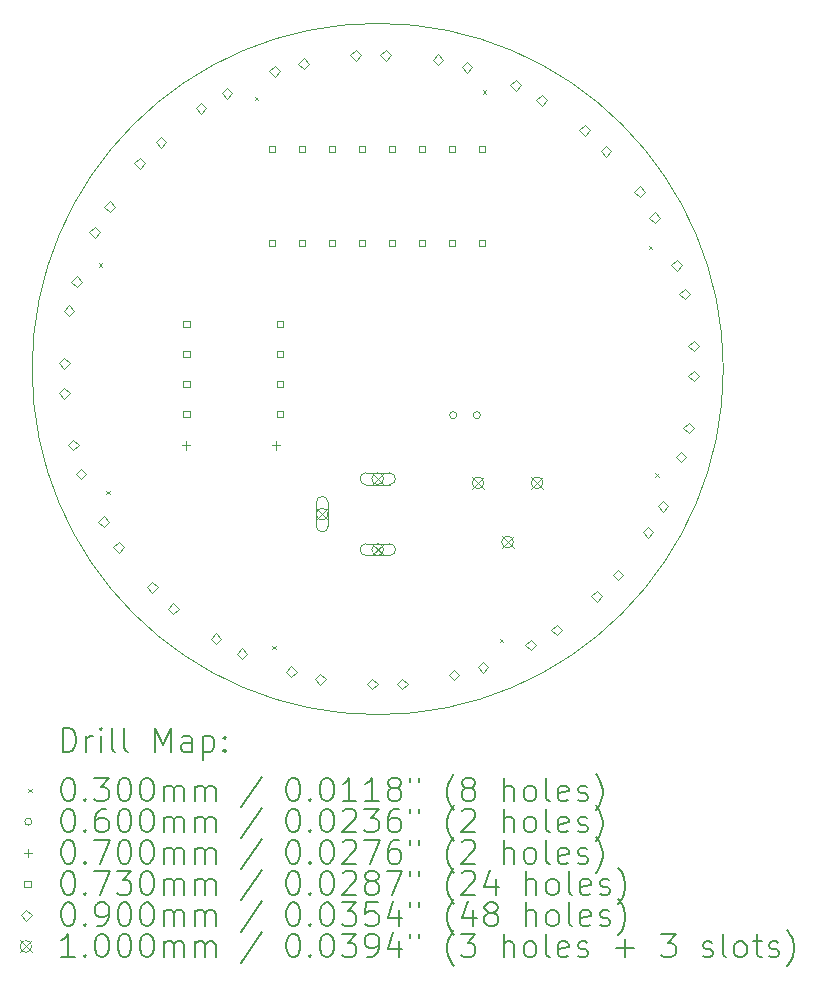
<source format=gbr>
%TF.GenerationSoftware,KiCad,Pcbnew,8.0.9*%
%TF.CreationDate,2025-12-12T10:11:09+01:00*%
%TF.ProjectId,Project,50726f6a-6563-4742-9e6b-696361645f70,rev?*%
%TF.SameCoordinates,Original*%
%TF.FileFunction,Drillmap*%
%TF.FilePolarity,Positive*%
%FSLAX45Y45*%
G04 Gerber Fmt 4.5, Leading zero omitted, Abs format (unit mm)*
G04 Created by KiCad (PCBNEW 8.0.9) date 2025-12-12 10:11:09*
%MOMM*%
%LPD*%
G01*
G04 APERTURE LIST*
%ADD10C,0.050000*%
%ADD11C,0.200000*%
%ADD12C,0.100000*%
G04 APERTURE END LIST*
D10*
X20843403Y-10007600D02*
G75*
G02*
X14990917Y-10007600I-2926243J0D01*
G01*
X14990917Y-10007600D02*
G75*
G02*
X20843403Y-10007600I2926243J0D01*
G01*
D11*
D12*
X15553767Y-9113315D02*
X15583767Y-9143315D01*
X15583767Y-9113315D02*
X15553767Y-9143315D01*
X15618426Y-11040005D02*
X15648426Y-11070005D01*
X15648426Y-11040005D02*
X15618426Y-11070005D01*
X16877091Y-7701841D02*
X16907091Y-7731841D01*
X16907091Y-7701841D02*
X16877091Y-7731841D01*
X17025169Y-12351542D02*
X17055169Y-12381542D01*
X17055169Y-12351542D02*
X17025169Y-12381542D01*
X18806715Y-7645858D02*
X18836715Y-7675858D01*
X18836715Y-7645858D02*
X18806715Y-7675858D01*
X18950544Y-12291790D02*
X18980544Y-12321790D01*
X18980544Y-12291790D02*
X18950544Y-12321790D01*
X20210587Y-8962159D02*
X20240587Y-8992159D01*
X20240587Y-8962159D02*
X20210587Y-8992159D01*
X20268784Y-10889473D02*
X20298784Y-10919473D01*
X20298784Y-10889473D02*
X20268784Y-10919473D01*
X18586100Y-10398760D02*
G75*
G02*
X18526100Y-10398760I-30000J0D01*
G01*
X18526100Y-10398760D02*
G75*
G02*
X18586100Y-10398760I30000J0D01*
G01*
X18786100Y-10398760D02*
G75*
G02*
X18726100Y-10398760I-30000J0D01*
G01*
X18726100Y-10398760D02*
G75*
G02*
X18786100Y-10398760I30000J0D01*
G01*
X16296640Y-10620300D02*
X16296640Y-10690300D01*
X16261640Y-10655300D02*
X16331640Y-10655300D01*
X17058640Y-10620300D02*
X17058640Y-10690300D01*
X17023640Y-10655300D02*
X17093640Y-10655300D01*
X16324230Y-9654950D02*
X16324230Y-9603330D01*
X16272610Y-9603330D01*
X16272610Y-9654950D01*
X16324230Y-9654950D01*
X16324230Y-9908950D02*
X16324230Y-9857330D01*
X16272610Y-9857330D01*
X16272610Y-9908950D01*
X16324230Y-9908950D01*
X16324230Y-10162950D02*
X16324230Y-10111330D01*
X16272610Y-10111330D01*
X16272610Y-10162950D01*
X16324230Y-10162950D01*
X16324230Y-10416950D02*
X16324230Y-10365330D01*
X16272610Y-10365330D01*
X16272610Y-10416950D01*
X16324230Y-10416950D01*
X17051430Y-8964830D02*
X17051430Y-8913210D01*
X16999810Y-8913210D01*
X16999810Y-8964830D01*
X17051430Y-8964830D01*
X17051430Y-8170830D02*
X17051430Y-8119210D01*
X16999811Y-8119210D01*
X16999811Y-8170830D01*
X17051430Y-8170830D01*
X17118230Y-9654950D02*
X17118230Y-9603330D01*
X17066610Y-9603330D01*
X17066610Y-9654950D01*
X17118230Y-9654950D01*
X17118230Y-9908950D02*
X17118230Y-9857330D01*
X17066610Y-9857330D01*
X17066610Y-9908950D01*
X17118230Y-9908950D01*
X17118230Y-10162950D02*
X17118230Y-10111330D01*
X17066610Y-10111330D01*
X17066610Y-10162950D01*
X17118230Y-10162950D01*
X17118230Y-10416950D02*
X17118230Y-10365330D01*
X17066610Y-10365330D01*
X17066610Y-10416950D01*
X17118230Y-10416950D01*
X17305430Y-8170829D02*
X17305430Y-8119210D01*
X17253810Y-8119210D01*
X17253810Y-8170829D01*
X17305430Y-8170829D01*
X17305430Y-8964830D02*
X17305430Y-8913210D01*
X17253811Y-8913210D01*
X17253811Y-8964830D01*
X17305430Y-8964830D01*
X17559430Y-8170830D02*
X17559430Y-8119210D01*
X17507810Y-8119210D01*
X17507810Y-8170830D01*
X17559430Y-8170830D01*
X17559430Y-8964830D02*
X17559430Y-8913210D01*
X17507810Y-8913210D01*
X17507810Y-8964830D01*
X17559430Y-8964830D01*
X17813430Y-8964830D02*
X17813430Y-8913211D01*
X17761810Y-8913211D01*
X17761810Y-8964830D01*
X17813430Y-8964830D01*
X17813430Y-8170829D02*
X17813430Y-8119210D01*
X17761811Y-8119210D01*
X17761811Y-8170829D01*
X17813430Y-8170829D01*
X18067430Y-8964830D02*
X18067430Y-8913211D01*
X18015810Y-8913211D01*
X18015810Y-8964830D01*
X18067430Y-8964830D01*
X18067430Y-8170829D02*
X18067430Y-8119210D01*
X18015810Y-8119210D01*
X18015810Y-8170829D01*
X18067430Y-8170829D01*
X18321430Y-8170830D02*
X18321430Y-8119210D01*
X18269810Y-8119210D01*
X18269810Y-8170830D01*
X18321430Y-8170830D01*
X18321430Y-8964830D02*
X18321430Y-8913210D01*
X18269810Y-8913210D01*
X18269810Y-8964830D01*
X18321430Y-8964830D01*
X18575430Y-8170830D02*
X18575430Y-8119210D01*
X18523810Y-8119210D01*
X18523810Y-8170830D01*
X18575430Y-8170830D01*
X18575430Y-8964830D02*
X18575430Y-8913211D01*
X18523810Y-8913211D01*
X18523810Y-8964830D01*
X18575430Y-8964830D01*
X18829430Y-8964830D02*
X18829430Y-8913210D01*
X18777810Y-8913210D01*
X18777810Y-8964830D01*
X18829430Y-8964830D01*
X18829430Y-8170830D02*
X18829430Y-8119210D01*
X18777810Y-8119210D01*
X18777810Y-8170830D01*
X18829430Y-8170830D01*
X15262860Y-10258340D02*
X15307860Y-10213340D01*
X15262860Y-10168340D01*
X15217860Y-10213340D01*
X15262860Y-10258340D01*
X15262860Y-10004340D02*
X15307860Y-9959340D01*
X15262860Y-9914340D01*
X15217860Y-9959340D01*
X15262860Y-10004340D01*
X15302359Y-9559509D02*
X15347359Y-9514509D01*
X15302359Y-9469509D01*
X15257359Y-9514509D01*
X15302359Y-9559509D01*
X15339799Y-10696428D02*
X15384799Y-10651428D01*
X15339799Y-10606428D01*
X15294799Y-10651428D01*
X15339799Y-10696428D01*
X15368099Y-9314164D02*
X15413099Y-9269164D01*
X15368099Y-9224164D01*
X15323099Y-9269164D01*
X15368099Y-9314164D01*
X15405539Y-10941773D02*
X15450539Y-10896773D01*
X15405539Y-10851773D01*
X15360539Y-10896773D01*
X15405539Y-10941773D01*
X15519400Y-8896900D02*
X15564400Y-8851900D01*
X15519400Y-8806900D01*
X15474400Y-8851900D01*
X15519400Y-8896900D01*
X15595600Y-11343929D02*
X15640600Y-11298929D01*
X15595600Y-11253929D01*
X15550600Y-11298929D01*
X15595600Y-11343929D01*
X15646400Y-8676930D02*
X15691400Y-8631930D01*
X15646400Y-8586930D01*
X15601400Y-8631930D01*
X15646400Y-8676930D01*
X15722600Y-11563900D02*
X15767600Y-11518900D01*
X15722600Y-11473900D01*
X15677600Y-11518900D01*
X15722600Y-11563900D01*
X15902103Y-8312665D02*
X15947103Y-8267665D01*
X15902103Y-8222665D01*
X15857103Y-8267665D01*
X15902103Y-8312665D01*
X16007815Y-11902455D02*
X16052815Y-11857455D01*
X16007815Y-11812455D01*
X15962815Y-11857455D01*
X16007815Y-11902455D01*
X16081708Y-8133060D02*
X16126708Y-8088060D01*
X16081708Y-8043060D01*
X16036708Y-8088060D01*
X16081708Y-8133060D01*
X16187420Y-12082060D02*
X16232420Y-12037060D01*
X16187420Y-11992060D01*
X16142420Y-12037060D01*
X16187420Y-12082060D01*
X16421100Y-7845340D02*
X16466100Y-7800340D01*
X16421100Y-7755340D01*
X16376100Y-7800340D01*
X16421100Y-7845340D01*
X16549109Y-12336060D02*
X16594109Y-12291060D01*
X16549109Y-12246060D01*
X16504109Y-12291060D01*
X16549109Y-12336060D01*
X16641070Y-7718340D02*
X16686070Y-7673340D01*
X16641070Y-7628340D01*
X16596070Y-7673340D01*
X16641070Y-7718340D01*
X16769080Y-12463060D02*
X16814080Y-12418060D01*
X16769080Y-12373060D01*
X16724080Y-12418060D01*
X16769080Y-12463060D01*
X17045767Y-7533359D02*
X17090767Y-7488359D01*
X17045767Y-7443359D01*
X17000767Y-7488359D01*
X17045767Y-7533359D01*
X17185640Y-12615460D02*
X17230640Y-12570460D01*
X17185640Y-12525460D01*
X17140640Y-12570460D01*
X17185640Y-12615460D01*
X17291112Y-7467619D02*
X17336112Y-7422619D01*
X17291112Y-7377619D01*
X17246112Y-7422619D01*
X17291112Y-7467619D01*
X17430986Y-12681200D02*
X17475986Y-12636200D01*
X17430986Y-12591200D01*
X17385986Y-12636200D01*
X17430986Y-12681200D01*
X17731740Y-7395760D02*
X17776740Y-7350760D01*
X17731740Y-7305760D01*
X17686740Y-7350760D01*
X17731740Y-7395760D01*
X17871440Y-12719600D02*
X17916440Y-12674600D01*
X17871440Y-12629600D01*
X17826440Y-12674600D01*
X17871440Y-12719600D01*
X17985740Y-7395760D02*
X18030740Y-7350760D01*
X17985740Y-7305760D01*
X17940740Y-7350760D01*
X17985740Y-7395760D01*
X18125440Y-12719600D02*
X18170440Y-12674600D01*
X18125440Y-12629600D01*
X18080440Y-12674600D01*
X18125440Y-12719600D01*
X18427700Y-7433860D02*
X18472700Y-7388860D01*
X18427700Y-7343860D01*
X18382700Y-7388860D01*
X18427700Y-7433860D01*
X18563355Y-12643100D02*
X18608355Y-12598100D01*
X18563355Y-12553100D01*
X18518355Y-12598100D01*
X18563355Y-12643100D01*
X18673045Y-7499600D02*
X18718045Y-7454600D01*
X18673045Y-7409600D01*
X18628045Y-7454600D01*
X18673045Y-7499600D01*
X18808700Y-12577360D02*
X18853700Y-12532360D01*
X18808700Y-12487360D01*
X18763700Y-12532360D01*
X18808700Y-12577360D01*
X19085560Y-7649760D02*
X19130560Y-7604760D01*
X19085560Y-7559760D01*
X19040560Y-7604760D01*
X19085560Y-7649760D01*
X19211029Y-12389400D02*
X19256029Y-12344400D01*
X19211029Y-12299400D01*
X19166029Y-12344400D01*
X19211029Y-12389400D01*
X19305531Y-7776760D02*
X19350531Y-7731760D01*
X19305531Y-7686760D01*
X19260531Y-7731760D01*
X19305531Y-7776760D01*
X19431000Y-12262400D02*
X19476000Y-12217400D01*
X19431000Y-12172400D01*
X19386000Y-12217400D01*
X19431000Y-12262400D01*
X19669760Y-8030760D02*
X19714760Y-7985760D01*
X19669760Y-7940760D01*
X19624760Y-7985760D01*
X19669760Y-8030760D01*
X19772095Y-11977185D02*
X19817095Y-11932185D01*
X19772095Y-11887185D01*
X19727095Y-11932185D01*
X19772095Y-11977185D01*
X19849365Y-8210365D02*
X19894365Y-8165365D01*
X19849365Y-8120365D01*
X19804365Y-8165365D01*
X19849365Y-8210365D01*
X19951700Y-11797580D02*
X19996700Y-11752580D01*
X19951700Y-11707580D01*
X19906700Y-11752580D01*
X19951700Y-11797580D01*
X20134580Y-8551460D02*
X20179580Y-8506460D01*
X20134580Y-8461460D01*
X20089580Y-8506460D01*
X20134580Y-8551460D01*
X20205700Y-11435125D02*
X20250700Y-11390125D01*
X20205700Y-11345125D01*
X20160700Y-11390125D01*
X20205700Y-11435125D01*
X20261580Y-8771431D02*
X20306580Y-8726431D01*
X20261580Y-8681431D01*
X20216580Y-8726431D01*
X20261580Y-8771431D01*
X20332700Y-11215155D02*
X20377700Y-11170155D01*
X20332700Y-11125155D01*
X20287700Y-11170155D01*
X20332700Y-11215155D01*
X20449540Y-9173760D02*
X20494540Y-9128760D01*
X20449540Y-9083760D01*
X20404540Y-9128760D01*
X20449540Y-9173760D01*
X20485400Y-10798325D02*
X20530400Y-10753325D01*
X20485400Y-10708325D01*
X20440400Y-10753325D01*
X20485400Y-10798325D01*
X20515280Y-9419105D02*
X20560280Y-9374105D01*
X20515280Y-9329105D01*
X20470280Y-9374105D01*
X20515280Y-9419105D01*
X20551140Y-10552980D02*
X20596140Y-10507980D01*
X20551140Y-10462980D01*
X20506140Y-10507980D01*
X20551140Y-10552980D01*
X20591780Y-9857020D02*
X20636780Y-9812020D01*
X20591780Y-9767020D01*
X20546780Y-9812020D01*
X20591780Y-9857020D01*
X20591780Y-10111020D02*
X20636780Y-10066020D01*
X20591780Y-10021020D01*
X20546780Y-10066020D01*
X20591780Y-10111020D01*
X17397160Y-11186680D02*
X17497160Y-11286680D01*
X17497160Y-11186680D02*
X17397160Y-11286680D01*
X17497160Y-11236680D02*
G75*
G02*
X17397160Y-11236680I-50000J0D01*
G01*
X17397160Y-11236680D02*
G75*
G02*
X17497160Y-11236680I50000J0D01*
G01*
X17497160Y-11336680D02*
X17497160Y-11136680D01*
X17397160Y-11136680D02*
G75*
G02*
X17497160Y-11136680I50000J0D01*
G01*
X17397160Y-11136680D02*
X17397160Y-11336680D01*
X17397160Y-11336680D02*
G75*
G03*
X17497160Y-11336680I50000J0D01*
G01*
X17867160Y-11486680D02*
X17967160Y-11586680D01*
X17967160Y-11486680D02*
X17867160Y-11586680D01*
X17967160Y-11536680D02*
G75*
G02*
X17867160Y-11536680I-50000J0D01*
G01*
X17867160Y-11536680D02*
G75*
G02*
X17967160Y-11536680I50000J0D01*
G01*
X17817160Y-11586680D02*
X18017160Y-11586680D01*
X18017160Y-11486680D02*
G75*
G02*
X18017160Y-11586680I0J-50000D01*
G01*
X18017160Y-11486680D02*
X17817160Y-11486680D01*
X17817160Y-11486680D02*
G75*
G03*
X17817160Y-11586680I0J-50000D01*
G01*
X17867160Y-10886680D02*
X17967160Y-10986680D01*
X17967160Y-10886680D02*
X17867160Y-10986680D01*
X17967160Y-10936680D02*
G75*
G02*
X17867160Y-10936680I-50000J0D01*
G01*
X17867160Y-10936680D02*
G75*
G02*
X17967160Y-10936680I50000J0D01*
G01*
X17817160Y-10986680D02*
X18017160Y-10986680D01*
X18017160Y-10886680D02*
G75*
G02*
X18017160Y-10986680I0J-50000D01*
G01*
X18017160Y-10886680D02*
X17817160Y-10886680D01*
X17817160Y-10886680D02*
G75*
G03*
X17817160Y-10986680I0J-50000D01*
G01*
X18716980Y-10922320D02*
X18816980Y-11022320D01*
X18816980Y-10922320D02*
X18716980Y-11022320D01*
X18816980Y-10972320D02*
G75*
G02*
X18716980Y-10972320I-50000J0D01*
G01*
X18716980Y-10972320D02*
G75*
G02*
X18816980Y-10972320I50000J0D01*
G01*
X18966980Y-11422320D02*
X19066980Y-11522320D01*
X19066980Y-11422320D02*
X18966980Y-11522320D01*
X19066980Y-11472320D02*
G75*
G02*
X18966980Y-11472320I-50000J0D01*
G01*
X18966980Y-11472320D02*
G75*
G02*
X19066980Y-11472320I50000J0D01*
G01*
X19216980Y-10922320D02*
X19316980Y-11022320D01*
X19316980Y-10922320D02*
X19216980Y-11022320D01*
X19316980Y-10972320D02*
G75*
G02*
X19216980Y-10972320I-50000J0D01*
G01*
X19216980Y-10972320D02*
G75*
G02*
X19316980Y-10972320I50000J0D01*
G01*
D11*
X15249194Y-13247827D02*
X15249194Y-13047827D01*
X15249194Y-13047827D02*
X15296813Y-13047827D01*
X15296813Y-13047827D02*
X15325384Y-13057351D01*
X15325384Y-13057351D02*
X15344432Y-13076398D01*
X15344432Y-13076398D02*
X15353956Y-13095446D01*
X15353956Y-13095446D02*
X15363479Y-13133541D01*
X15363479Y-13133541D02*
X15363479Y-13162113D01*
X15363479Y-13162113D02*
X15353956Y-13200208D01*
X15353956Y-13200208D02*
X15344432Y-13219255D01*
X15344432Y-13219255D02*
X15325384Y-13238303D01*
X15325384Y-13238303D02*
X15296813Y-13247827D01*
X15296813Y-13247827D02*
X15249194Y-13247827D01*
X15449194Y-13247827D02*
X15449194Y-13114493D01*
X15449194Y-13152589D02*
X15458717Y-13133541D01*
X15458717Y-13133541D02*
X15468241Y-13124017D01*
X15468241Y-13124017D02*
X15487289Y-13114493D01*
X15487289Y-13114493D02*
X15506337Y-13114493D01*
X15573003Y-13247827D02*
X15573003Y-13114493D01*
X15573003Y-13047827D02*
X15563479Y-13057351D01*
X15563479Y-13057351D02*
X15573003Y-13066874D01*
X15573003Y-13066874D02*
X15582527Y-13057351D01*
X15582527Y-13057351D02*
X15573003Y-13047827D01*
X15573003Y-13047827D02*
X15573003Y-13066874D01*
X15696813Y-13247827D02*
X15677765Y-13238303D01*
X15677765Y-13238303D02*
X15668241Y-13219255D01*
X15668241Y-13219255D02*
X15668241Y-13047827D01*
X15801575Y-13247827D02*
X15782527Y-13238303D01*
X15782527Y-13238303D02*
X15773003Y-13219255D01*
X15773003Y-13219255D02*
X15773003Y-13047827D01*
X16030146Y-13247827D02*
X16030146Y-13047827D01*
X16030146Y-13047827D02*
X16096813Y-13190684D01*
X16096813Y-13190684D02*
X16163479Y-13047827D01*
X16163479Y-13047827D02*
X16163479Y-13247827D01*
X16344432Y-13247827D02*
X16344432Y-13143065D01*
X16344432Y-13143065D02*
X16334908Y-13124017D01*
X16334908Y-13124017D02*
X16315860Y-13114493D01*
X16315860Y-13114493D02*
X16277765Y-13114493D01*
X16277765Y-13114493D02*
X16258717Y-13124017D01*
X16344432Y-13238303D02*
X16325384Y-13247827D01*
X16325384Y-13247827D02*
X16277765Y-13247827D01*
X16277765Y-13247827D02*
X16258717Y-13238303D01*
X16258717Y-13238303D02*
X16249194Y-13219255D01*
X16249194Y-13219255D02*
X16249194Y-13200208D01*
X16249194Y-13200208D02*
X16258717Y-13181160D01*
X16258717Y-13181160D02*
X16277765Y-13171636D01*
X16277765Y-13171636D02*
X16325384Y-13171636D01*
X16325384Y-13171636D02*
X16344432Y-13162113D01*
X16439670Y-13114493D02*
X16439670Y-13314493D01*
X16439670Y-13124017D02*
X16458717Y-13114493D01*
X16458717Y-13114493D02*
X16496813Y-13114493D01*
X16496813Y-13114493D02*
X16515860Y-13124017D01*
X16515860Y-13124017D02*
X16525384Y-13133541D01*
X16525384Y-13133541D02*
X16534908Y-13152589D01*
X16534908Y-13152589D02*
X16534908Y-13209732D01*
X16534908Y-13209732D02*
X16525384Y-13228779D01*
X16525384Y-13228779D02*
X16515860Y-13238303D01*
X16515860Y-13238303D02*
X16496813Y-13247827D01*
X16496813Y-13247827D02*
X16458717Y-13247827D01*
X16458717Y-13247827D02*
X16439670Y-13238303D01*
X16620622Y-13228779D02*
X16630146Y-13238303D01*
X16630146Y-13238303D02*
X16620622Y-13247827D01*
X16620622Y-13247827D02*
X16611098Y-13238303D01*
X16611098Y-13238303D02*
X16620622Y-13228779D01*
X16620622Y-13228779D02*
X16620622Y-13247827D01*
X16620622Y-13124017D02*
X16630146Y-13133541D01*
X16630146Y-13133541D02*
X16620622Y-13143065D01*
X16620622Y-13143065D02*
X16611098Y-13133541D01*
X16611098Y-13133541D02*
X16620622Y-13124017D01*
X16620622Y-13124017D02*
X16620622Y-13143065D01*
D12*
X14958417Y-13561343D02*
X14988417Y-13591343D01*
X14988417Y-13561343D02*
X14958417Y-13591343D01*
D11*
X15287289Y-13467827D02*
X15306337Y-13467827D01*
X15306337Y-13467827D02*
X15325384Y-13477351D01*
X15325384Y-13477351D02*
X15334908Y-13486874D01*
X15334908Y-13486874D02*
X15344432Y-13505922D01*
X15344432Y-13505922D02*
X15353956Y-13544017D01*
X15353956Y-13544017D02*
X15353956Y-13591636D01*
X15353956Y-13591636D02*
X15344432Y-13629732D01*
X15344432Y-13629732D02*
X15334908Y-13648779D01*
X15334908Y-13648779D02*
X15325384Y-13658303D01*
X15325384Y-13658303D02*
X15306337Y-13667827D01*
X15306337Y-13667827D02*
X15287289Y-13667827D01*
X15287289Y-13667827D02*
X15268241Y-13658303D01*
X15268241Y-13658303D02*
X15258717Y-13648779D01*
X15258717Y-13648779D02*
X15249194Y-13629732D01*
X15249194Y-13629732D02*
X15239670Y-13591636D01*
X15239670Y-13591636D02*
X15239670Y-13544017D01*
X15239670Y-13544017D02*
X15249194Y-13505922D01*
X15249194Y-13505922D02*
X15258717Y-13486874D01*
X15258717Y-13486874D02*
X15268241Y-13477351D01*
X15268241Y-13477351D02*
X15287289Y-13467827D01*
X15439670Y-13648779D02*
X15449194Y-13658303D01*
X15449194Y-13658303D02*
X15439670Y-13667827D01*
X15439670Y-13667827D02*
X15430146Y-13658303D01*
X15430146Y-13658303D02*
X15439670Y-13648779D01*
X15439670Y-13648779D02*
X15439670Y-13667827D01*
X15515860Y-13467827D02*
X15639670Y-13467827D01*
X15639670Y-13467827D02*
X15573003Y-13544017D01*
X15573003Y-13544017D02*
X15601575Y-13544017D01*
X15601575Y-13544017D02*
X15620622Y-13553541D01*
X15620622Y-13553541D02*
X15630146Y-13563065D01*
X15630146Y-13563065D02*
X15639670Y-13582113D01*
X15639670Y-13582113D02*
X15639670Y-13629732D01*
X15639670Y-13629732D02*
X15630146Y-13648779D01*
X15630146Y-13648779D02*
X15620622Y-13658303D01*
X15620622Y-13658303D02*
X15601575Y-13667827D01*
X15601575Y-13667827D02*
X15544432Y-13667827D01*
X15544432Y-13667827D02*
X15525384Y-13658303D01*
X15525384Y-13658303D02*
X15515860Y-13648779D01*
X15763479Y-13467827D02*
X15782527Y-13467827D01*
X15782527Y-13467827D02*
X15801575Y-13477351D01*
X15801575Y-13477351D02*
X15811098Y-13486874D01*
X15811098Y-13486874D02*
X15820622Y-13505922D01*
X15820622Y-13505922D02*
X15830146Y-13544017D01*
X15830146Y-13544017D02*
X15830146Y-13591636D01*
X15830146Y-13591636D02*
X15820622Y-13629732D01*
X15820622Y-13629732D02*
X15811098Y-13648779D01*
X15811098Y-13648779D02*
X15801575Y-13658303D01*
X15801575Y-13658303D02*
X15782527Y-13667827D01*
X15782527Y-13667827D02*
X15763479Y-13667827D01*
X15763479Y-13667827D02*
X15744432Y-13658303D01*
X15744432Y-13658303D02*
X15734908Y-13648779D01*
X15734908Y-13648779D02*
X15725384Y-13629732D01*
X15725384Y-13629732D02*
X15715860Y-13591636D01*
X15715860Y-13591636D02*
X15715860Y-13544017D01*
X15715860Y-13544017D02*
X15725384Y-13505922D01*
X15725384Y-13505922D02*
X15734908Y-13486874D01*
X15734908Y-13486874D02*
X15744432Y-13477351D01*
X15744432Y-13477351D02*
X15763479Y-13467827D01*
X15953956Y-13467827D02*
X15973003Y-13467827D01*
X15973003Y-13467827D02*
X15992051Y-13477351D01*
X15992051Y-13477351D02*
X16001575Y-13486874D01*
X16001575Y-13486874D02*
X16011098Y-13505922D01*
X16011098Y-13505922D02*
X16020622Y-13544017D01*
X16020622Y-13544017D02*
X16020622Y-13591636D01*
X16020622Y-13591636D02*
X16011098Y-13629732D01*
X16011098Y-13629732D02*
X16001575Y-13648779D01*
X16001575Y-13648779D02*
X15992051Y-13658303D01*
X15992051Y-13658303D02*
X15973003Y-13667827D01*
X15973003Y-13667827D02*
X15953956Y-13667827D01*
X15953956Y-13667827D02*
X15934908Y-13658303D01*
X15934908Y-13658303D02*
X15925384Y-13648779D01*
X15925384Y-13648779D02*
X15915860Y-13629732D01*
X15915860Y-13629732D02*
X15906337Y-13591636D01*
X15906337Y-13591636D02*
X15906337Y-13544017D01*
X15906337Y-13544017D02*
X15915860Y-13505922D01*
X15915860Y-13505922D02*
X15925384Y-13486874D01*
X15925384Y-13486874D02*
X15934908Y-13477351D01*
X15934908Y-13477351D02*
X15953956Y-13467827D01*
X16106337Y-13667827D02*
X16106337Y-13534493D01*
X16106337Y-13553541D02*
X16115860Y-13544017D01*
X16115860Y-13544017D02*
X16134908Y-13534493D01*
X16134908Y-13534493D02*
X16163479Y-13534493D01*
X16163479Y-13534493D02*
X16182527Y-13544017D01*
X16182527Y-13544017D02*
X16192051Y-13563065D01*
X16192051Y-13563065D02*
X16192051Y-13667827D01*
X16192051Y-13563065D02*
X16201575Y-13544017D01*
X16201575Y-13544017D02*
X16220622Y-13534493D01*
X16220622Y-13534493D02*
X16249194Y-13534493D01*
X16249194Y-13534493D02*
X16268241Y-13544017D01*
X16268241Y-13544017D02*
X16277765Y-13563065D01*
X16277765Y-13563065D02*
X16277765Y-13667827D01*
X16373003Y-13667827D02*
X16373003Y-13534493D01*
X16373003Y-13553541D02*
X16382527Y-13544017D01*
X16382527Y-13544017D02*
X16401575Y-13534493D01*
X16401575Y-13534493D02*
X16430146Y-13534493D01*
X16430146Y-13534493D02*
X16449194Y-13544017D01*
X16449194Y-13544017D02*
X16458718Y-13563065D01*
X16458718Y-13563065D02*
X16458718Y-13667827D01*
X16458718Y-13563065D02*
X16468241Y-13544017D01*
X16468241Y-13544017D02*
X16487289Y-13534493D01*
X16487289Y-13534493D02*
X16515860Y-13534493D01*
X16515860Y-13534493D02*
X16534908Y-13544017D01*
X16534908Y-13544017D02*
X16544432Y-13563065D01*
X16544432Y-13563065D02*
X16544432Y-13667827D01*
X16934908Y-13458303D02*
X16763480Y-13715446D01*
X17192051Y-13467827D02*
X17211099Y-13467827D01*
X17211099Y-13467827D02*
X17230146Y-13477351D01*
X17230146Y-13477351D02*
X17239670Y-13486874D01*
X17239670Y-13486874D02*
X17249194Y-13505922D01*
X17249194Y-13505922D02*
X17258718Y-13544017D01*
X17258718Y-13544017D02*
X17258718Y-13591636D01*
X17258718Y-13591636D02*
X17249194Y-13629732D01*
X17249194Y-13629732D02*
X17239670Y-13648779D01*
X17239670Y-13648779D02*
X17230146Y-13658303D01*
X17230146Y-13658303D02*
X17211099Y-13667827D01*
X17211099Y-13667827D02*
X17192051Y-13667827D01*
X17192051Y-13667827D02*
X17173003Y-13658303D01*
X17173003Y-13658303D02*
X17163480Y-13648779D01*
X17163480Y-13648779D02*
X17153956Y-13629732D01*
X17153956Y-13629732D02*
X17144432Y-13591636D01*
X17144432Y-13591636D02*
X17144432Y-13544017D01*
X17144432Y-13544017D02*
X17153956Y-13505922D01*
X17153956Y-13505922D02*
X17163480Y-13486874D01*
X17163480Y-13486874D02*
X17173003Y-13477351D01*
X17173003Y-13477351D02*
X17192051Y-13467827D01*
X17344432Y-13648779D02*
X17353956Y-13658303D01*
X17353956Y-13658303D02*
X17344432Y-13667827D01*
X17344432Y-13667827D02*
X17334908Y-13658303D01*
X17334908Y-13658303D02*
X17344432Y-13648779D01*
X17344432Y-13648779D02*
X17344432Y-13667827D01*
X17477765Y-13467827D02*
X17496813Y-13467827D01*
X17496813Y-13467827D02*
X17515861Y-13477351D01*
X17515861Y-13477351D02*
X17525384Y-13486874D01*
X17525384Y-13486874D02*
X17534908Y-13505922D01*
X17534908Y-13505922D02*
X17544432Y-13544017D01*
X17544432Y-13544017D02*
X17544432Y-13591636D01*
X17544432Y-13591636D02*
X17534908Y-13629732D01*
X17534908Y-13629732D02*
X17525384Y-13648779D01*
X17525384Y-13648779D02*
X17515861Y-13658303D01*
X17515861Y-13658303D02*
X17496813Y-13667827D01*
X17496813Y-13667827D02*
X17477765Y-13667827D01*
X17477765Y-13667827D02*
X17458718Y-13658303D01*
X17458718Y-13658303D02*
X17449194Y-13648779D01*
X17449194Y-13648779D02*
X17439670Y-13629732D01*
X17439670Y-13629732D02*
X17430146Y-13591636D01*
X17430146Y-13591636D02*
X17430146Y-13544017D01*
X17430146Y-13544017D02*
X17439670Y-13505922D01*
X17439670Y-13505922D02*
X17449194Y-13486874D01*
X17449194Y-13486874D02*
X17458718Y-13477351D01*
X17458718Y-13477351D02*
X17477765Y-13467827D01*
X17734908Y-13667827D02*
X17620623Y-13667827D01*
X17677765Y-13667827D02*
X17677765Y-13467827D01*
X17677765Y-13467827D02*
X17658718Y-13496398D01*
X17658718Y-13496398D02*
X17639670Y-13515446D01*
X17639670Y-13515446D02*
X17620623Y-13524970D01*
X17925384Y-13667827D02*
X17811099Y-13667827D01*
X17868242Y-13667827D02*
X17868242Y-13467827D01*
X17868242Y-13467827D02*
X17849194Y-13496398D01*
X17849194Y-13496398D02*
X17830146Y-13515446D01*
X17830146Y-13515446D02*
X17811099Y-13524970D01*
X18039670Y-13553541D02*
X18020623Y-13544017D01*
X18020623Y-13544017D02*
X18011099Y-13534493D01*
X18011099Y-13534493D02*
X18001575Y-13515446D01*
X18001575Y-13515446D02*
X18001575Y-13505922D01*
X18001575Y-13505922D02*
X18011099Y-13486874D01*
X18011099Y-13486874D02*
X18020623Y-13477351D01*
X18020623Y-13477351D02*
X18039670Y-13467827D01*
X18039670Y-13467827D02*
X18077765Y-13467827D01*
X18077765Y-13467827D02*
X18096813Y-13477351D01*
X18096813Y-13477351D02*
X18106337Y-13486874D01*
X18106337Y-13486874D02*
X18115861Y-13505922D01*
X18115861Y-13505922D02*
X18115861Y-13515446D01*
X18115861Y-13515446D02*
X18106337Y-13534493D01*
X18106337Y-13534493D02*
X18096813Y-13544017D01*
X18096813Y-13544017D02*
X18077765Y-13553541D01*
X18077765Y-13553541D02*
X18039670Y-13553541D01*
X18039670Y-13553541D02*
X18020623Y-13563065D01*
X18020623Y-13563065D02*
X18011099Y-13572589D01*
X18011099Y-13572589D02*
X18001575Y-13591636D01*
X18001575Y-13591636D02*
X18001575Y-13629732D01*
X18001575Y-13629732D02*
X18011099Y-13648779D01*
X18011099Y-13648779D02*
X18020623Y-13658303D01*
X18020623Y-13658303D02*
X18039670Y-13667827D01*
X18039670Y-13667827D02*
X18077765Y-13667827D01*
X18077765Y-13667827D02*
X18096813Y-13658303D01*
X18096813Y-13658303D02*
X18106337Y-13648779D01*
X18106337Y-13648779D02*
X18115861Y-13629732D01*
X18115861Y-13629732D02*
X18115861Y-13591636D01*
X18115861Y-13591636D02*
X18106337Y-13572589D01*
X18106337Y-13572589D02*
X18096813Y-13563065D01*
X18096813Y-13563065D02*
X18077765Y-13553541D01*
X18192051Y-13467827D02*
X18192051Y-13505922D01*
X18268242Y-13467827D02*
X18268242Y-13505922D01*
X18563480Y-13744017D02*
X18553956Y-13734493D01*
X18553956Y-13734493D02*
X18534908Y-13705922D01*
X18534908Y-13705922D02*
X18525385Y-13686874D01*
X18525385Y-13686874D02*
X18515861Y-13658303D01*
X18515861Y-13658303D02*
X18506337Y-13610684D01*
X18506337Y-13610684D02*
X18506337Y-13572589D01*
X18506337Y-13572589D02*
X18515861Y-13524970D01*
X18515861Y-13524970D02*
X18525385Y-13496398D01*
X18525385Y-13496398D02*
X18534908Y-13477351D01*
X18534908Y-13477351D02*
X18553956Y-13448779D01*
X18553956Y-13448779D02*
X18563480Y-13439255D01*
X18668242Y-13553541D02*
X18649194Y-13544017D01*
X18649194Y-13544017D02*
X18639670Y-13534493D01*
X18639670Y-13534493D02*
X18630146Y-13515446D01*
X18630146Y-13515446D02*
X18630146Y-13505922D01*
X18630146Y-13505922D02*
X18639670Y-13486874D01*
X18639670Y-13486874D02*
X18649194Y-13477351D01*
X18649194Y-13477351D02*
X18668242Y-13467827D01*
X18668242Y-13467827D02*
X18706337Y-13467827D01*
X18706337Y-13467827D02*
X18725385Y-13477351D01*
X18725385Y-13477351D02*
X18734908Y-13486874D01*
X18734908Y-13486874D02*
X18744432Y-13505922D01*
X18744432Y-13505922D02*
X18744432Y-13515446D01*
X18744432Y-13515446D02*
X18734908Y-13534493D01*
X18734908Y-13534493D02*
X18725385Y-13544017D01*
X18725385Y-13544017D02*
X18706337Y-13553541D01*
X18706337Y-13553541D02*
X18668242Y-13553541D01*
X18668242Y-13553541D02*
X18649194Y-13563065D01*
X18649194Y-13563065D02*
X18639670Y-13572589D01*
X18639670Y-13572589D02*
X18630146Y-13591636D01*
X18630146Y-13591636D02*
X18630146Y-13629732D01*
X18630146Y-13629732D02*
X18639670Y-13648779D01*
X18639670Y-13648779D02*
X18649194Y-13658303D01*
X18649194Y-13658303D02*
X18668242Y-13667827D01*
X18668242Y-13667827D02*
X18706337Y-13667827D01*
X18706337Y-13667827D02*
X18725385Y-13658303D01*
X18725385Y-13658303D02*
X18734908Y-13648779D01*
X18734908Y-13648779D02*
X18744432Y-13629732D01*
X18744432Y-13629732D02*
X18744432Y-13591636D01*
X18744432Y-13591636D02*
X18734908Y-13572589D01*
X18734908Y-13572589D02*
X18725385Y-13563065D01*
X18725385Y-13563065D02*
X18706337Y-13553541D01*
X18982527Y-13667827D02*
X18982527Y-13467827D01*
X19068242Y-13667827D02*
X19068242Y-13563065D01*
X19068242Y-13563065D02*
X19058718Y-13544017D01*
X19058718Y-13544017D02*
X19039670Y-13534493D01*
X19039670Y-13534493D02*
X19011099Y-13534493D01*
X19011099Y-13534493D02*
X18992051Y-13544017D01*
X18992051Y-13544017D02*
X18982527Y-13553541D01*
X19192051Y-13667827D02*
X19173004Y-13658303D01*
X19173004Y-13658303D02*
X19163480Y-13648779D01*
X19163480Y-13648779D02*
X19153956Y-13629732D01*
X19153956Y-13629732D02*
X19153956Y-13572589D01*
X19153956Y-13572589D02*
X19163480Y-13553541D01*
X19163480Y-13553541D02*
X19173004Y-13544017D01*
X19173004Y-13544017D02*
X19192051Y-13534493D01*
X19192051Y-13534493D02*
X19220623Y-13534493D01*
X19220623Y-13534493D02*
X19239670Y-13544017D01*
X19239670Y-13544017D02*
X19249194Y-13553541D01*
X19249194Y-13553541D02*
X19258718Y-13572589D01*
X19258718Y-13572589D02*
X19258718Y-13629732D01*
X19258718Y-13629732D02*
X19249194Y-13648779D01*
X19249194Y-13648779D02*
X19239670Y-13658303D01*
X19239670Y-13658303D02*
X19220623Y-13667827D01*
X19220623Y-13667827D02*
X19192051Y-13667827D01*
X19373004Y-13667827D02*
X19353956Y-13658303D01*
X19353956Y-13658303D02*
X19344432Y-13639255D01*
X19344432Y-13639255D02*
X19344432Y-13467827D01*
X19525385Y-13658303D02*
X19506337Y-13667827D01*
X19506337Y-13667827D02*
X19468242Y-13667827D01*
X19468242Y-13667827D02*
X19449194Y-13658303D01*
X19449194Y-13658303D02*
X19439670Y-13639255D01*
X19439670Y-13639255D02*
X19439670Y-13563065D01*
X19439670Y-13563065D02*
X19449194Y-13544017D01*
X19449194Y-13544017D02*
X19468242Y-13534493D01*
X19468242Y-13534493D02*
X19506337Y-13534493D01*
X19506337Y-13534493D02*
X19525385Y-13544017D01*
X19525385Y-13544017D02*
X19534908Y-13563065D01*
X19534908Y-13563065D02*
X19534908Y-13582113D01*
X19534908Y-13582113D02*
X19439670Y-13601160D01*
X19611099Y-13658303D02*
X19630147Y-13667827D01*
X19630147Y-13667827D02*
X19668242Y-13667827D01*
X19668242Y-13667827D02*
X19687289Y-13658303D01*
X19687289Y-13658303D02*
X19696813Y-13639255D01*
X19696813Y-13639255D02*
X19696813Y-13629732D01*
X19696813Y-13629732D02*
X19687289Y-13610684D01*
X19687289Y-13610684D02*
X19668242Y-13601160D01*
X19668242Y-13601160D02*
X19639670Y-13601160D01*
X19639670Y-13601160D02*
X19620623Y-13591636D01*
X19620623Y-13591636D02*
X19611099Y-13572589D01*
X19611099Y-13572589D02*
X19611099Y-13563065D01*
X19611099Y-13563065D02*
X19620623Y-13544017D01*
X19620623Y-13544017D02*
X19639670Y-13534493D01*
X19639670Y-13534493D02*
X19668242Y-13534493D01*
X19668242Y-13534493D02*
X19687289Y-13544017D01*
X19763480Y-13744017D02*
X19773004Y-13734493D01*
X19773004Y-13734493D02*
X19792051Y-13705922D01*
X19792051Y-13705922D02*
X19801575Y-13686874D01*
X19801575Y-13686874D02*
X19811099Y-13658303D01*
X19811099Y-13658303D02*
X19820623Y-13610684D01*
X19820623Y-13610684D02*
X19820623Y-13572589D01*
X19820623Y-13572589D02*
X19811099Y-13524970D01*
X19811099Y-13524970D02*
X19801575Y-13496398D01*
X19801575Y-13496398D02*
X19792051Y-13477351D01*
X19792051Y-13477351D02*
X19773004Y-13448779D01*
X19773004Y-13448779D02*
X19763480Y-13439255D01*
D12*
X14988417Y-13840343D02*
G75*
G02*
X14928417Y-13840343I-30000J0D01*
G01*
X14928417Y-13840343D02*
G75*
G02*
X14988417Y-13840343I30000J0D01*
G01*
D11*
X15287289Y-13731827D02*
X15306337Y-13731827D01*
X15306337Y-13731827D02*
X15325384Y-13741351D01*
X15325384Y-13741351D02*
X15334908Y-13750874D01*
X15334908Y-13750874D02*
X15344432Y-13769922D01*
X15344432Y-13769922D02*
X15353956Y-13808017D01*
X15353956Y-13808017D02*
X15353956Y-13855636D01*
X15353956Y-13855636D02*
X15344432Y-13893732D01*
X15344432Y-13893732D02*
X15334908Y-13912779D01*
X15334908Y-13912779D02*
X15325384Y-13922303D01*
X15325384Y-13922303D02*
X15306337Y-13931827D01*
X15306337Y-13931827D02*
X15287289Y-13931827D01*
X15287289Y-13931827D02*
X15268241Y-13922303D01*
X15268241Y-13922303D02*
X15258717Y-13912779D01*
X15258717Y-13912779D02*
X15249194Y-13893732D01*
X15249194Y-13893732D02*
X15239670Y-13855636D01*
X15239670Y-13855636D02*
X15239670Y-13808017D01*
X15239670Y-13808017D02*
X15249194Y-13769922D01*
X15249194Y-13769922D02*
X15258717Y-13750874D01*
X15258717Y-13750874D02*
X15268241Y-13741351D01*
X15268241Y-13741351D02*
X15287289Y-13731827D01*
X15439670Y-13912779D02*
X15449194Y-13922303D01*
X15449194Y-13922303D02*
X15439670Y-13931827D01*
X15439670Y-13931827D02*
X15430146Y-13922303D01*
X15430146Y-13922303D02*
X15439670Y-13912779D01*
X15439670Y-13912779D02*
X15439670Y-13931827D01*
X15620622Y-13731827D02*
X15582527Y-13731827D01*
X15582527Y-13731827D02*
X15563479Y-13741351D01*
X15563479Y-13741351D02*
X15553956Y-13750874D01*
X15553956Y-13750874D02*
X15534908Y-13779446D01*
X15534908Y-13779446D02*
X15525384Y-13817541D01*
X15525384Y-13817541D02*
X15525384Y-13893732D01*
X15525384Y-13893732D02*
X15534908Y-13912779D01*
X15534908Y-13912779D02*
X15544432Y-13922303D01*
X15544432Y-13922303D02*
X15563479Y-13931827D01*
X15563479Y-13931827D02*
X15601575Y-13931827D01*
X15601575Y-13931827D02*
X15620622Y-13922303D01*
X15620622Y-13922303D02*
X15630146Y-13912779D01*
X15630146Y-13912779D02*
X15639670Y-13893732D01*
X15639670Y-13893732D02*
X15639670Y-13846113D01*
X15639670Y-13846113D02*
X15630146Y-13827065D01*
X15630146Y-13827065D02*
X15620622Y-13817541D01*
X15620622Y-13817541D02*
X15601575Y-13808017D01*
X15601575Y-13808017D02*
X15563479Y-13808017D01*
X15563479Y-13808017D02*
X15544432Y-13817541D01*
X15544432Y-13817541D02*
X15534908Y-13827065D01*
X15534908Y-13827065D02*
X15525384Y-13846113D01*
X15763479Y-13731827D02*
X15782527Y-13731827D01*
X15782527Y-13731827D02*
X15801575Y-13741351D01*
X15801575Y-13741351D02*
X15811098Y-13750874D01*
X15811098Y-13750874D02*
X15820622Y-13769922D01*
X15820622Y-13769922D02*
X15830146Y-13808017D01*
X15830146Y-13808017D02*
X15830146Y-13855636D01*
X15830146Y-13855636D02*
X15820622Y-13893732D01*
X15820622Y-13893732D02*
X15811098Y-13912779D01*
X15811098Y-13912779D02*
X15801575Y-13922303D01*
X15801575Y-13922303D02*
X15782527Y-13931827D01*
X15782527Y-13931827D02*
X15763479Y-13931827D01*
X15763479Y-13931827D02*
X15744432Y-13922303D01*
X15744432Y-13922303D02*
X15734908Y-13912779D01*
X15734908Y-13912779D02*
X15725384Y-13893732D01*
X15725384Y-13893732D02*
X15715860Y-13855636D01*
X15715860Y-13855636D02*
X15715860Y-13808017D01*
X15715860Y-13808017D02*
X15725384Y-13769922D01*
X15725384Y-13769922D02*
X15734908Y-13750874D01*
X15734908Y-13750874D02*
X15744432Y-13741351D01*
X15744432Y-13741351D02*
X15763479Y-13731827D01*
X15953956Y-13731827D02*
X15973003Y-13731827D01*
X15973003Y-13731827D02*
X15992051Y-13741351D01*
X15992051Y-13741351D02*
X16001575Y-13750874D01*
X16001575Y-13750874D02*
X16011098Y-13769922D01*
X16011098Y-13769922D02*
X16020622Y-13808017D01*
X16020622Y-13808017D02*
X16020622Y-13855636D01*
X16020622Y-13855636D02*
X16011098Y-13893732D01*
X16011098Y-13893732D02*
X16001575Y-13912779D01*
X16001575Y-13912779D02*
X15992051Y-13922303D01*
X15992051Y-13922303D02*
X15973003Y-13931827D01*
X15973003Y-13931827D02*
X15953956Y-13931827D01*
X15953956Y-13931827D02*
X15934908Y-13922303D01*
X15934908Y-13922303D02*
X15925384Y-13912779D01*
X15925384Y-13912779D02*
X15915860Y-13893732D01*
X15915860Y-13893732D02*
X15906337Y-13855636D01*
X15906337Y-13855636D02*
X15906337Y-13808017D01*
X15906337Y-13808017D02*
X15915860Y-13769922D01*
X15915860Y-13769922D02*
X15925384Y-13750874D01*
X15925384Y-13750874D02*
X15934908Y-13741351D01*
X15934908Y-13741351D02*
X15953956Y-13731827D01*
X16106337Y-13931827D02*
X16106337Y-13798493D01*
X16106337Y-13817541D02*
X16115860Y-13808017D01*
X16115860Y-13808017D02*
X16134908Y-13798493D01*
X16134908Y-13798493D02*
X16163479Y-13798493D01*
X16163479Y-13798493D02*
X16182527Y-13808017D01*
X16182527Y-13808017D02*
X16192051Y-13827065D01*
X16192051Y-13827065D02*
X16192051Y-13931827D01*
X16192051Y-13827065D02*
X16201575Y-13808017D01*
X16201575Y-13808017D02*
X16220622Y-13798493D01*
X16220622Y-13798493D02*
X16249194Y-13798493D01*
X16249194Y-13798493D02*
X16268241Y-13808017D01*
X16268241Y-13808017D02*
X16277765Y-13827065D01*
X16277765Y-13827065D02*
X16277765Y-13931827D01*
X16373003Y-13931827D02*
X16373003Y-13798493D01*
X16373003Y-13817541D02*
X16382527Y-13808017D01*
X16382527Y-13808017D02*
X16401575Y-13798493D01*
X16401575Y-13798493D02*
X16430146Y-13798493D01*
X16430146Y-13798493D02*
X16449194Y-13808017D01*
X16449194Y-13808017D02*
X16458718Y-13827065D01*
X16458718Y-13827065D02*
X16458718Y-13931827D01*
X16458718Y-13827065D02*
X16468241Y-13808017D01*
X16468241Y-13808017D02*
X16487289Y-13798493D01*
X16487289Y-13798493D02*
X16515860Y-13798493D01*
X16515860Y-13798493D02*
X16534908Y-13808017D01*
X16534908Y-13808017D02*
X16544432Y-13827065D01*
X16544432Y-13827065D02*
X16544432Y-13931827D01*
X16934908Y-13722303D02*
X16763480Y-13979446D01*
X17192051Y-13731827D02*
X17211099Y-13731827D01*
X17211099Y-13731827D02*
X17230146Y-13741351D01*
X17230146Y-13741351D02*
X17239670Y-13750874D01*
X17239670Y-13750874D02*
X17249194Y-13769922D01*
X17249194Y-13769922D02*
X17258718Y-13808017D01*
X17258718Y-13808017D02*
X17258718Y-13855636D01*
X17258718Y-13855636D02*
X17249194Y-13893732D01*
X17249194Y-13893732D02*
X17239670Y-13912779D01*
X17239670Y-13912779D02*
X17230146Y-13922303D01*
X17230146Y-13922303D02*
X17211099Y-13931827D01*
X17211099Y-13931827D02*
X17192051Y-13931827D01*
X17192051Y-13931827D02*
X17173003Y-13922303D01*
X17173003Y-13922303D02*
X17163480Y-13912779D01*
X17163480Y-13912779D02*
X17153956Y-13893732D01*
X17153956Y-13893732D02*
X17144432Y-13855636D01*
X17144432Y-13855636D02*
X17144432Y-13808017D01*
X17144432Y-13808017D02*
X17153956Y-13769922D01*
X17153956Y-13769922D02*
X17163480Y-13750874D01*
X17163480Y-13750874D02*
X17173003Y-13741351D01*
X17173003Y-13741351D02*
X17192051Y-13731827D01*
X17344432Y-13912779D02*
X17353956Y-13922303D01*
X17353956Y-13922303D02*
X17344432Y-13931827D01*
X17344432Y-13931827D02*
X17334908Y-13922303D01*
X17334908Y-13922303D02*
X17344432Y-13912779D01*
X17344432Y-13912779D02*
X17344432Y-13931827D01*
X17477765Y-13731827D02*
X17496813Y-13731827D01*
X17496813Y-13731827D02*
X17515861Y-13741351D01*
X17515861Y-13741351D02*
X17525384Y-13750874D01*
X17525384Y-13750874D02*
X17534908Y-13769922D01*
X17534908Y-13769922D02*
X17544432Y-13808017D01*
X17544432Y-13808017D02*
X17544432Y-13855636D01*
X17544432Y-13855636D02*
X17534908Y-13893732D01*
X17534908Y-13893732D02*
X17525384Y-13912779D01*
X17525384Y-13912779D02*
X17515861Y-13922303D01*
X17515861Y-13922303D02*
X17496813Y-13931827D01*
X17496813Y-13931827D02*
X17477765Y-13931827D01*
X17477765Y-13931827D02*
X17458718Y-13922303D01*
X17458718Y-13922303D02*
X17449194Y-13912779D01*
X17449194Y-13912779D02*
X17439670Y-13893732D01*
X17439670Y-13893732D02*
X17430146Y-13855636D01*
X17430146Y-13855636D02*
X17430146Y-13808017D01*
X17430146Y-13808017D02*
X17439670Y-13769922D01*
X17439670Y-13769922D02*
X17449194Y-13750874D01*
X17449194Y-13750874D02*
X17458718Y-13741351D01*
X17458718Y-13741351D02*
X17477765Y-13731827D01*
X17620623Y-13750874D02*
X17630146Y-13741351D01*
X17630146Y-13741351D02*
X17649194Y-13731827D01*
X17649194Y-13731827D02*
X17696813Y-13731827D01*
X17696813Y-13731827D02*
X17715861Y-13741351D01*
X17715861Y-13741351D02*
X17725384Y-13750874D01*
X17725384Y-13750874D02*
X17734908Y-13769922D01*
X17734908Y-13769922D02*
X17734908Y-13788970D01*
X17734908Y-13788970D02*
X17725384Y-13817541D01*
X17725384Y-13817541D02*
X17611099Y-13931827D01*
X17611099Y-13931827D02*
X17734908Y-13931827D01*
X17801575Y-13731827D02*
X17925384Y-13731827D01*
X17925384Y-13731827D02*
X17858718Y-13808017D01*
X17858718Y-13808017D02*
X17887289Y-13808017D01*
X17887289Y-13808017D02*
X17906337Y-13817541D01*
X17906337Y-13817541D02*
X17915861Y-13827065D01*
X17915861Y-13827065D02*
X17925384Y-13846113D01*
X17925384Y-13846113D02*
X17925384Y-13893732D01*
X17925384Y-13893732D02*
X17915861Y-13912779D01*
X17915861Y-13912779D02*
X17906337Y-13922303D01*
X17906337Y-13922303D02*
X17887289Y-13931827D01*
X17887289Y-13931827D02*
X17830146Y-13931827D01*
X17830146Y-13931827D02*
X17811099Y-13922303D01*
X17811099Y-13922303D02*
X17801575Y-13912779D01*
X18096813Y-13731827D02*
X18058718Y-13731827D01*
X18058718Y-13731827D02*
X18039670Y-13741351D01*
X18039670Y-13741351D02*
X18030146Y-13750874D01*
X18030146Y-13750874D02*
X18011099Y-13779446D01*
X18011099Y-13779446D02*
X18001575Y-13817541D01*
X18001575Y-13817541D02*
X18001575Y-13893732D01*
X18001575Y-13893732D02*
X18011099Y-13912779D01*
X18011099Y-13912779D02*
X18020623Y-13922303D01*
X18020623Y-13922303D02*
X18039670Y-13931827D01*
X18039670Y-13931827D02*
X18077765Y-13931827D01*
X18077765Y-13931827D02*
X18096813Y-13922303D01*
X18096813Y-13922303D02*
X18106337Y-13912779D01*
X18106337Y-13912779D02*
X18115861Y-13893732D01*
X18115861Y-13893732D02*
X18115861Y-13846113D01*
X18115861Y-13846113D02*
X18106337Y-13827065D01*
X18106337Y-13827065D02*
X18096813Y-13817541D01*
X18096813Y-13817541D02*
X18077765Y-13808017D01*
X18077765Y-13808017D02*
X18039670Y-13808017D01*
X18039670Y-13808017D02*
X18020623Y-13817541D01*
X18020623Y-13817541D02*
X18011099Y-13827065D01*
X18011099Y-13827065D02*
X18001575Y-13846113D01*
X18192051Y-13731827D02*
X18192051Y-13769922D01*
X18268242Y-13731827D02*
X18268242Y-13769922D01*
X18563480Y-14008017D02*
X18553956Y-13998493D01*
X18553956Y-13998493D02*
X18534908Y-13969922D01*
X18534908Y-13969922D02*
X18525385Y-13950874D01*
X18525385Y-13950874D02*
X18515861Y-13922303D01*
X18515861Y-13922303D02*
X18506337Y-13874684D01*
X18506337Y-13874684D02*
X18506337Y-13836589D01*
X18506337Y-13836589D02*
X18515861Y-13788970D01*
X18515861Y-13788970D02*
X18525385Y-13760398D01*
X18525385Y-13760398D02*
X18534908Y-13741351D01*
X18534908Y-13741351D02*
X18553956Y-13712779D01*
X18553956Y-13712779D02*
X18563480Y-13703255D01*
X18630146Y-13750874D02*
X18639670Y-13741351D01*
X18639670Y-13741351D02*
X18658718Y-13731827D01*
X18658718Y-13731827D02*
X18706337Y-13731827D01*
X18706337Y-13731827D02*
X18725385Y-13741351D01*
X18725385Y-13741351D02*
X18734908Y-13750874D01*
X18734908Y-13750874D02*
X18744432Y-13769922D01*
X18744432Y-13769922D02*
X18744432Y-13788970D01*
X18744432Y-13788970D02*
X18734908Y-13817541D01*
X18734908Y-13817541D02*
X18620623Y-13931827D01*
X18620623Y-13931827D02*
X18744432Y-13931827D01*
X18982527Y-13931827D02*
X18982527Y-13731827D01*
X19068242Y-13931827D02*
X19068242Y-13827065D01*
X19068242Y-13827065D02*
X19058718Y-13808017D01*
X19058718Y-13808017D02*
X19039670Y-13798493D01*
X19039670Y-13798493D02*
X19011099Y-13798493D01*
X19011099Y-13798493D02*
X18992051Y-13808017D01*
X18992051Y-13808017D02*
X18982527Y-13817541D01*
X19192051Y-13931827D02*
X19173004Y-13922303D01*
X19173004Y-13922303D02*
X19163480Y-13912779D01*
X19163480Y-13912779D02*
X19153956Y-13893732D01*
X19153956Y-13893732D02*
X19153956Y-13836589D01*
X19153956Y-13836589D02*
X19163480Y-13817541D01*
X19163480Y-13817541D02*
X19173004Y-13808017D01*
X19173004Y-13808017D02*
X19192051Y-13798493D01*
X19192051Y-13798493D02*
X19220623Y-13798493D01*
X19220623Y-13798493D02*
X19239670Y-13808017D01*
X19239670Y-13808017D02*
X19249194Y-13817541D01*
X19249194Y-13817541D02*
X19258718Y-13836589D01*
X19258718Y-13836589D02*
X19258718Y-13893732D01*
X19258718Y-13893732D02*
X19249194Y-13912779D01*
X19249194Y-13912779D02*
X19239670Y-13922303D01*
X19239670Y-13922303D02*
X19220623Y-13931827D01*
X19220623Y-13931827D02*
X19192051Y-13931827D01*
X19373004Y-13931827D02*
X19353956Y-13922303D01*
X19353956Y-13922303D02*
X19344432Y-13903255D01*
X19344432Y-13903255D02*
X19344432Y-13731827D01*
X19525385Y-13922303D02*
X19506337Y-13931827D01*
X19506337Y-13931827D02*
X19468242Y-13931827D01*
X19468242Y-13931827D02*
X19449194Y-13922303D01*
X19449194Y-13922303D02*
X19439670Y-13903255D01*
X19439670Y-13903255D02*
X19439670Y-13827065D01*
X19439670Y-13827065D02*
X19449194Y-13808017D01*
X19449194Y-13808017D02*
X19468242Y-13798493D01*
X19468242Y-13798493D02*
X19506337Y-13798493D01*
X19506337Y-13798493D02*
X19525385Y-13808017D01*
X19525385Y-13808017D02*
X19534908Y-13827065D01*
X19534908Y-13827065D02*
X19534908Y-13846113D01*
X19534908Y-13846113D02*
X19439670Y-13865160D01*
X19611099Y-13922303D02*
X19630147Y-13931827D01*
X19630147Y-13931827D02*
X19668242Y-13931827D01*
X19668242Y-13931827D02*
X19687289Y-13922303D01*
X19687289Y-13922303D02*
X19696813Y-13903255D01*
X19696813Y-13903255D02*
X19696813Y-13893732D01*
X19696813Y-13893732D02*
X19687289Y-13874684D01*
X19687289Y-13874684D02*
X19668242Y-13865160D01*
X19668242Y-13865160D02*
X19639670Y-13865160D01*
X19639670Y-13865160D02*
X19620623Y-13855636D01*
X19620623Y-13855636D02*
X19611099Y-13836589D01*
X19611099Y-13836589D02*
X19611099Y-13827065D01*
X19611099Y-13827065D02*
X19620623Y-13808017D01*
X19620623Y-13808017D02*
X19639670Y-13798493D01*
X19639670Y-13798493D02*
X19668242Y-13798493D01*
X19668242Y-13798493D02*
X19687289Y-13808017D01*
X19763480Y-14008017D02*
X19773004Y-13998493D01*
X19773004Y-13998493D02*
X19792051Y-13969922D01*
X19792051Y-13969922D02*
X19801575Y-13950874D01*
X19801575Y-13950874D02*
X19811099Y-13922303D01*
X19811099Y-13922303D02*
X19820623Y-13874684D01*
X19820623Y-13874684D02*
X19820623Y-13836589D01*
X19820623Y-13836589D02*
X19811099Y-13788970D01*
X19811099Y-13788970D02*
X19801575Y-13760398D01*
X19801575Y-13760398D02*
X19792051Y-13741351D01*
X19792051Y-13741351D02*
X19773004Y-13712779D01*
X19773004Y-13712779D02*
X19763480Y-13703255D01*
D12*
X14953417Y-14069343D02*
X14953417Y-14139343D01*
X14918417Y-14104343D02*
X14988417Y-14104343D01*
D11*
X15287289Y-13995827D02*
X15306337Y-13995827D01*
X15306337Y-13995827D02*
X15325384Y-14005351D01*
X15325384Y-14005351D02*
X15334908Y-14014874D01*
X15334908Y-14014874D02*
X15344432Y-14033922D01*
X15344432Y-14033922D02*
X15353956Y-14072017D01*
X15353956Y-14072017D02*
X15353956Y-14119636D01*
X15353956Y-14119636D02*
X15344432Y-14157732D01*
X15344432Y-14157732D02*
X15334908Y-14176779D01*
X15334908Y-14176779D02*
X15325384Y-14186303D01*
X15325384Y-14186303D02*
X15306337Y-14195827D01*
X15306337Y-14195827D02*
X15287289Y-14195827D01*
X15287289Y-14195827D02*
X15268241Y-14186303D01*
X15268241Y-14186303D02*
X15258717Y-14176779D01*
X15258717Y-14176779D02*
X15249194Y-14157732D01*
X15249194Y-14157732D02*
X15239670Y-14119636D01*
X15239670Y-14119636D02*
X15239670Y-14072017D01*
X15239670Y-14072017D02*
X15249194Y-14033922D01*
X15249194Y-14033922D02*
X15258717Y-14014874D01*
X15258717Y-14014874D02*
X15268241Y-14005351D01*
X15268241Y-14005351D02*
X15287289Y-13995827D01*
X15439670Y-14176779D02*
X15449194Y-14186303D01*
X15449194Y-14186303D02*
X15439670Y-14195827D01*
X15439670Y-14195827D02*
X15430146Y-14186303D01*
X15430146Y-14186303D02*
X15439670Y-14176779D01*
X15439670Y-14176779D02*
X15439670Y-14195827D01*
X15515860Y-13995827D02*
X15649194Y-13995827D01*
X15649194Y-13995827D02*
X15563479Y-14195827D01*
X15763479Y-13995827D02*
X15782527Y-13995827D01*
X15782527Y-13995827D02*
X15801575Y-14005351D01*
X15801575Y-14005351D02*
X15811098Y-14014874D01*
X15811098Y-14014874D02*
X15820622Y-14033922D01*
X15820622Y-14033922D02*
X15830146Y-14072017D01*
X15830146Y-14072017D02*
X15830146Y-14119636D01*
X15830146Y-14119636D02*
X15820622Y-14157732D01*
X15820622Y-14157732D02*
X15811098Y-14176779D01*
X15811098Y-14176779D02*
X15801575Y-14186303D01*
X15801575Y-14186303D02*
X15782527Y-14195827D01*
X15782527Y-14195827D02*
X15763479Y-14195827D01*
X15763479Y-14195827D02*
X15744432Y-14186303D01*
X15744432Y-14186303D02*
X15734908Y-14176779D01*
X15734908Y-14176779D02*
X15725384Y-14157732D01*
X15725384Y-14157732D02*
X15715860Y-14119636D01*
X15715860Y-14119636D02*
X15715860Y-14072017D01*
X15715860Y-14072017D02*
X15725384Y-14033922D01*
X15725384Y-14033922D02*
X15734908Y-14014874D01*
X15734908Y-14014874D02*
X15744432Y-14005351D01*
X15744432Y-14005351D02*
X15763479Y-13995827D01*
X15953956Y-13995827D02*
X15973003Y-13995827D01*
X15973003Y-13995827D02*
X15992051Y-14005351D01*
X15992051Y-14005351D02*
X16001575Y-14014874D01*
X16001575Y-14014874D02*
X16011098Y-14033922D01*
X16011098Y-14033922D02*
X16020622Y-14072017D01*
X16020622Y-14072017D02*
X16020622Y-14119636D01*
X16020622Y-14119636D02*
X16011098Y-14157732D01*
X16011098Y-14157732D02*
X16001575Y-14176779D01*
X16001575Y-14176779D02*
X15992051Y-14186303D01*
X15992051Y-14186303D02*
X15973003Y-14195827D01*
X15973003Y-14195827D02*
X15953956Y-14195827D01*
X15953956Y-14195827D02*
X15934908Y-14186303D01*
X15934908Y-14186303D02*
X15925384Y-14176779D01*
X15925384Y-14176779D02*
X15915860Y-14157732D01*
X15915860Y-14157732D02*
X15906337Y-14119636D01*
X15906337Y-14119636D02*
X15906337Y-14072017D01*
X15906337Y-14072017D02*
X15915860Y-14033922D01*
X15915860Y-14033922D02*
X15925384Y-14014874D01*
X15925384Y-14014874D02*
X15934908Y-14005351D01*
X15934908Y-14005351D02*
X15953956Y-13995827D01*
X16106337Y-14195827D02*
X16106337Y-14062493D01*
X16106337Y-14081541D02*
X16115860Y-14072017D01*
X16115860Y-14072017D02*
X16134908Y-14062493D01*
X16134908Y-14062493D02*
X16163479Y-14062493D01*
X16163479Y-14062493D02*
X16182527Y-14072017D01*
X16182527Y-14072017D02*
X16192051Y-14091065D01*
X16192051Y-14091065D02*
X16192051Y-14195827D01*
X16192051Y-14091065D02*
X16201575Y-14072017D01*
X16201575Y-14072017D02*
X16220622Y-14062493D01*
X16220622Y-14062493D02*
X16249194Y-14062493D01*
X16249194Y-14062493D02*
X16268241Y-14072017D01*
X16268241Y-14072017D02*
X16277765Y-14091065D01*
X16277765Y-14091065D02*
X16277765Y-14195827D01*
X16373003Y-14195827D02*
X16373003Y-14062493D01*
X16373003Y-14081541D02*
X16382527Y-14072017D01*
X16382527Y-14072017D02*
X16401575Y-14062493D01*
X16401575Y-14062493D02*
X16430146Y-14062493D01*
X16430146Y-14062493D02*
X16449194Y-14072017D01*
X16449194Y-14072017D02*
X16458718Y-14091065D01*
X16458718Y-14091065D02*
X16458718Y-14195827D01*
X16458718Y-14091065D02*
X16468241Y-14072017D01*
X16468241Y-14072017D02*
X16487289Y-14062493D01*
X16487289Y-14062493D02*
X16515860Y-14062493D01*
X16515860Y-14062493D02*
X16534908Y-14072017D01*
X16534908Y-14072017D02*
X16544432Y-14091065D01*
X16544432Y-14091065D02*
X16544432Y-14195827D01*
X16934908Y-13986303D02*
X16763480Y-14243446D01*
X17192051Y-13995827D02*
X17211099Y-13995827D01*
X17211099Y-13995827D02*
X17230146Y-14005351D01*
X17230146Y-14005351D02*
X17239670Y-14014874D01*
X17239670Y-14014874D02*
X17249194Y-14033922D01*
X17249194Y-14033922D02*
X17258718Y-14072017D01*
X17258718Y-14072017D02*
X17258718Y-14119636D01*
X17258718Y-14119636D02*
X17249194Y-14157732D01*
X17249194Y-14157732D02*
X17239670Y-14176779D01*
X17239670Y-14176779D02*
X17230146Y-14186303D01*
X17230146Y-14186303D02*
X17211099Y-14195827D01*
X17211099Y-14195827D02*
X17192051Y-14195827D01*
X17192051Y-14195827D02*
X17173003Y-14186303D01*
X17173003Y-14186303D02*
X17163480Y-14176779D01*
X17163480Y-14176779D02*
X17153956Y-14157732D01*
X17153956Y-14157732D02*
X17144432Y-14119636D01*
X17144432Y-14119636D02*
X17144432Y-14072017D01*
X17144432Y-14072017D02*
X17153956Y-14033922D01*
X17153956Y-14033922D02*
X17163480Y-14014874D01*
X17163480Y-14014874D02*
X17173003Y-14005351D01*
X17173003Y-14005351D02*
X17192051Y-13995827D01*
X17344432Y-14176779D02*
X17353956Y-14186303D01*
X17353956Y-14186303D02*
X17344432Y-14195827D01*
X17344432Y-14195827D02*
X17334908Y-14186303D01*
X17334908Y-14186303D02*
X17344432Y-14176779D01*
X17344432Y-14176779D02*
X17344432Y-14195827D01*
X17477765Y-13995827D02*
X17496813Y-13995827D01*
X17496813Y-13995827D02*
X17515861Y-14005351D01*
X17515861Y-14005351D02*
X17525384Y-14014874D01*
X17525384Y-14014874D02*
X17534908Y-14033922D01*
X17534908Y-14033922D02*
X17544432Y-14072017D01*
X17544432Y-14072017D02*
X17544432Y-14119636D01*
X17544432Y-14119636D02*
X17534908Y-14157732D01*
X17534908Y-14157732D02*
X17525384Y-14176779D01*
X17525384Y-14176779D02*
X17515861Y-14186303D01*
X17515861Y-14186303D02*
X17496813Y-14195827D01*
X17496813Y-14195827D02*
X17477765Y-14195827D01*
X17477765Y-14195827D02*
X17458718Y-14186303D01*
X17458718Y-14186303D02*
X17449194Y-14176779D01*
X17449194Y-14176779D02*
X17439670Y-14157732D01*
X17439670Y-14157732D02*
X17430146Y-14119636D01*
X17430146Y-14119636D02*
X17430146Y-14072017D01*
X17430146Y-14072017D02*
X17439670Y-14033922D01*
X17439670Y-14033922D02*
X17449194Y-14014874D01*
X17449194Y-14014874D02*
X17458718Y-14005351D01*
X17458718Y-14005351D02*
X17477765Y-13995827D01*
X17620623Y-14014874D02*
X17630146Y-14005351D01*
X17630146Y-14005351D02*
X17649194Y-13995827D01*
X17649194Y-13995827D02*
X17696813Y-13995827D01*
X17696813Y-13995827D02*
X17715861Y-14005351D01*
X17715861Y-14005351D02*
X17725384Y-14014874D01*
X17725384Y-14014874D02*
X17734908Y-14033922D01*
X17734908Y-14033922D02*
X17734908Y-14052970D01*
X17734908Y-14052970D02*
X17725384Y-14081541D01*
X17725384Y-14081541D02*
X17611099Y-14195827D01*
X17611099Y-14195827D02*
X17734908Y-14195827D01*
X17801575Y-13995827D02*
X17934908Y-13995827D01*
X17934908Y-13995827D02*
X17849194Y-14195827D01*
X18096813Y-13995827D02*
X18058718Y-13995827D01*
X18058718Y-13995827D02*
X18039670Y-14005351D01*
X18039670Y-14005351D02*
X18030146Y-14014874D01*
X18030146Y-14014874D02*
X18011099Y-14043446D01*
X18011099Y-14043446D02*
X18001575Y-14081541D01*
X18001575Y-14081541D02*
X18001575Y-14157732D01*
X18001575Y-14157732D02*
X18011099Y-14176779D01*
X18011099Y-14176779D02*
X18020623Y-14186303D01*
X18020623Y-14186303D02*
X18039670Y-14195827D01*
X18039670Y-14195827D02*
X18077765Y-14195827D01*
X18077765Y-14195827D02*
X18096813Y-14186303D01*
X18096813Y-14186303D02*
X18106337Y-14176779D01*
X18106337Y-14176779D02*
X18115861Y-14157732D01*
X18115861Y-14157732D02*
X18115861Y-14110113D01*
X18115861Y-14110113D02*
X18106337Y-14091065D01*
X18106337Y-14091065D02*
X18096813Y-14081541D01*
X18096813Y-14081541D02*
X18077765Y-14072017D01*
X18077765Y-14072017D02*
X18039670Y-14072017D01*
X18039670Y-14072017D02*
X18020623Y-14081541D01*
X18020623Y-14081541D02*
X18011099Y-14091065D01*
X18011099Y-14091065D02*
X18001575Y-14110113D01*
X18192051Y-13995827D02*
X18192051Y-14033922D01*
X18268242Y-13995827D02*
X18268242Y-14033922D01*
X18563480Y-14272017D02*
X18553956Y-14262493D01*
X18553956Y-14262493D02*
X18534908Y-14233922D01*
X18534908Y-14233922D02*
X18525385Y-14214874D01*
X18525385Y-14214874D02*
X18515861Y-14186303D01*
X18515861Y-14186303D02*
X18506337Y-14138684D01*
X18506337Y-14138684D02*
X18506337Y-14100589D01*
X18506337Y-14100589D02*
X18515861Y-14052970D01*
X18515861Y-14052970D02*
X18525385Y-14024398D01*
X18525385Y-14024398D02*
X18534908Y-14005351D01*
X18534908Y-14005351D02*
X18553956Y-13976779D01*
X18553956Y-13976779D02*
X18563480Y-13967255D01*
X18630146Y-14014874D02*
X18639670Y-14005351D01*
X18639670Y-14005351D02*
X18658718Y-13995827D01*
X18658718Y-13995827D02*
X18706337Y-13995827D01*
X18706337Y-13995827D02*
X18725385Y-14005351D01*
X18725385Y-14005351D02*
X18734908Y-14014874D01*
X18734908Y-14014874D02*
X18744432Y-14033922D01*
X18744432Y-14033922D02*
X18744432Y-14052970D01*
X18744432Y-14052970D02*
X18734908Y-14081541D01*
X18734908Y-14081541D02*
X18620623Y-14195827D01*
X18620623Y-14195827D02*
X18744432Y-14195827D01*
X18982527Y-14195827D02*
X18982527Y-13995827D01*
X19068242Y-14195827D02*
X19068242Y-14091065D01*
X19068242Y-14091065D02*
X19058718Y-14072017D01*
X19058718Y-14072017D02*
X19039670Y-14062493D01*
X19039670Y-14062493D02*
X19011099Y-14062493D01*
X19011099Y-14062493D02*
X18992051Y-14072017D01*
X18992051Y-14072017D02*
X18982527Y-14081541D01*
X19192051Y-14195827D02*
X19173004Y-14186303D01*
X19173004Y-14186303D02*
X19163480Y-14176779D01*
X19163480Y-14176779D02*
X19153956Y-14157732D01*
X19153956Y-14157732D02*
X19153956Y-14100589D01*
X19153956Y-14100589D02*
X19163480Y-14081541D01*
X19163480Y-14081541D02*
X19173004Y-14072017D01*
X19173004Y-14072017D02*
X19192051Y-14062493D01*
X19192051Y-14062493D02*
X19220623Y-14062493D01*
X19220623Y-14062493D02*
X19239670Y-14072017D01*
X19239670Y-14072017D02*
X19249194Y-14081541D01*
X19249194Y-14081541D02*
X19258718Y-14100589D01*
X19258718Y-14100589D02*
X19258718Y-14157732D01*
X19258718Y-14157732D02*
X19249194Y-14176779D01*
X19249194Y-14176779D02*
X19239670Y-14186303D01*
X19239670Y-14186303D02*
X19220623Y-14195827D01*
X19220623Y-14195827D02*
X19192051Y-14195827D01*
X19373004Y-14195827D02*
X19353956Y-14186303D01*
X19353956Y-14186303D02*
X19344432Y-14167255D01*
X19344432Y-14167255D02*
X19344432Y-13995827D01*
X19525385Y-14186303D02*
X19506337Y-14195827D01*
X19506337Y-14195827D02*
X19468242Y-14195827D01*
X19468242Y-14195827D02*
X19449194Y-14186303D01*
X19449194Y-14186303D02*
X19439670Y-14167255D01*
X19439670Y-14167255D02*
X19439670Y-14091065D01*
X19439670Y-14091065D02*
X19449194Y-14072017D01*
X19449194Y-14072017D02*
X19468242Y-14062493D01*
X19468242Y-14062493D02*
X19506337Y-14062493D01*
X19506337Y-14062493D02*
X19525385Y-14072017D01*
X19525385Y-14072017D02*
X19534908Y-14091065D01*
X19534908Y-14091065D02*
X19534908Y-14110113D01*
X19534908Y-14110113D02*
X19439670Y-14129160D01*
X19611099Y-14186303D02*
X19630147Y-14195827D01*
X19630147Y-14195827D02*
X19668242Y-14195827D01*
X19668242Y-14195827D02*
X19687289Y-14186303D01*
X19687289Y-14186303D02*
X19696813Y-14167255D01*
X19696813Y-14167255D02*
X19696813Y-14157732D01*
X19696813Y-14157732D02*
X19687289Y-14138684D01*
X19687289Y-14138684D02*
X19668242Y-14129160D01*
X19668242Y-14129160D02*
X19639670Y-14129160D01*
X19639670Y-14129160D02*
X19620623Y-14119636D01*
X19620623Y-14119636D02*
X19611099Y-14100589D01*
X19611099Y-14100589D02*
X19611099Y-14091065D01*
X19611099Y-14091065D02*
X19620623Y-14072017D01*
X19620623Y-14072017D02*
X19639670Y-14062493D01*
X19639670Y-14062493D02*
X19668242Y-14062493D01*
X19668242Y-14062493D02*
X19687289Y-14072017D01*
X19763480Y-14272017D02*
X19773004Y-14262493D01*
X19773004Y-14262493D02*
X19792051Y-14233922D01*
X19792051Y-14233922D02*
X19801575Y-14214874D01*
X19801575Y-14214874D02*
X19811099Y-14186303D01*
X19811099Y-14186303D02*
X19820623Y-14138684D01*
X19820623Y-14138684D02*
X19820623Y-14100589D01*
X19820623Y-14100589D02*
X19811099Y-14052970D01*
X19811099Y-14052970D02*
X19801575Y-14024398D01*
X19801575Y-14024398D02*
X19792051Y-14005351D01*
X19792051Y-14005351D02*
X19773004Y-13976779D01*
X19773004Y-13976779D02*
X19763480Y-13967255D01*
D12*
X14977726Y-14394153D02*
X14977726Y-14342533D01*
X14926107Y-14342533D01*
X14926107Y-14394153D01*
X14977726Y-14394153D01*
D11*
X15287289Y-14259827D02*
X15306337Y-14259827D01*
X15306337Y-14259827D02*
X15325384Y-14269351D01*
X15325384Y-14269351D02*
X15334908Y-14278874D01*
X15334908Y-14278874D02*
X15344432Y-14297922D01*
X15344432Y-14297922D02*
X15353956Y-14336017D01*
X15353956Y-14336017D02*
X15353956Y-14383636D01*
X15353956Y-14383636D02*
X15344432Y-14421732D01*
X15344432Y-14421732D02*
X15334908Y-14440779D01*
X15334908Y-14440779D02*
X15325384Y-14450303D01*
X15325384Y-14450303D02*
X15306337Y-14459827D01*
X15306337Y-14459827D02*
X15287289Y-14459827D01*
X15287289Y-14459827D02*
X15268241Y-14450303D01*
X15268241Y-14450303D02*
X15258717Y-14440779D01*
X15258717Y-14440779D02*
X15249194Y-14421732D01*
X15249194Y-14421732D02*
X15239670Y-14383636D01*
X15239670Y-14383636D02*
X15239670Y-14336017D01*
X15239670Y-14336017D02*
X15249194Y-14297922D01*
X15249194Y-14297922D02*
X15258717Y-14278874D01*
X15258717Y-14278874D02*
X15268241Y-14269351D01*
X15268241Y-14269351D02*
X15287289Y-14259827D01*
X15439670Y-14440779D02*
X15449194Y-14450303D01*
X15449194Y-14450303D02*
X15439670Y-14459827D01*
X15439670Y-14459827D02*
X15430146Y-14450303D01*
X15430146Y-14450303D02*
X15439670Y-14440779D01*
X15439670Y-14440779D02*
X15439670Y-14459827D01*
X15515860Y-14259827D02*
X15649194Y-14259827D01*
X15649194Y-14259827D02*
X15563479Y-14459827D01*
X15706337Y-14259827D02*
X15830146Y-14259827D01*
X15830146Y-14259827D02*
X15763479Y-14336017D01*
X15763479Y-14336017D02*
X15792051Y-14336017D01*
X15792051Y-14336017D02*
X15811098Y-14345541D01*
X15811098Y-14345541D02*
X15820622Y-14355065D01*
X15820622Y-14355065D02*
X15830146Y-14374113D01*
X15830146Y-14374113D02*
X15830146Y-14421732D01*
X15830146Y-14421732D02*
X15820622Y-14440779D01*
X15820622Y-14440779D02*
X15811098Y-14450303D01*
X15811098Y-14450303D02*
X15792051Y-14459827D01*
X15792051Y-14459827D02*
X15734908Y-14459827D01*
X15734908Y-14459827D02*
X15715860Y-14450303D01*
X15715860Y-14450303D02*
X15706337Y-14440779D01*
X15953956Y-14259827D02*
X15973003Y-14259827D01*
X15973003Y-14259827D02*
X15992051Y-14269351D01*
X15992051Y-14269351D02*
X16001575Y-14278874D01*
X16001575Y-14278874D02*
X16011098Y-14297922D01*
X16011098Y-14297922D02*
X16020622Y-14336017D01*
X16020622Y-14336017D02*
X16020622Y-14383636D01*
X16020622Y-14383636D02*
X16011098Y-14421732D01*
X16011098Y-14421732D02*
X16001575Y-14440779D01*
X16001575Y-14440779D02*
X15992051Y-14450303D01*
X15992051Y-14450303D02*
X15973003Y-14459827D01*
X15973003Y-14459827D02*
X15953956Y-14459827D01*
X15953956Y-14459827D02*
X15934908Y-14450303D01*
X15934908Y-14450303D02*
X15925384Y-14440779D01*
X15925384Y-14440779D02*
X15915860Y-14421732D01*
X15915860Y-14421732D02*
X15906337Y-14383636D01*
X15906337Y-14383636D02*
X15906337Y-14336017D01*
X15906337Y-14336017D02*
X15915860Y-14297922D01*
X15915860Y-14297922D02*
X15925384Y-14278874D01*
X15925384Y-14278874D02*
X15934908Y-14269351D01*
X15934908Y-14269351D02*
X15953956Y-14259827D01*
X16106337Y-14459827D02*
X16106337Y-14326493D01*
X16106337Y-14345541D02*
X16115860Y-14336017D01*
X16115860Y-14336017D02*
X16134908Y-14326493D01*
X16134908Y-14326493D02*
X16163479Y-14326493D01*
X16163479Y-14326493D02*
X16182527Y-14336017D01*
X16182527Y-14336017D02*
X16192051Y-14355065D01*
X16192051Y-14355065D02*
X16192051Y-14459827D01*
X16192051Y-14355065D02*
X16201575Y-14336017D01*
X16201575Y-14336017D02*
X16220622Y-14326493D01*
X16220622Y-14326493D02*
X16249194Y-14326493D01*
X16249194Y-14326493D02*
X16268241Y-14336017D01*
X16268241Y-14336017D02*
X16277765Y-14355065D01*
X16277765Y-14355065D02*
X16277765Y-14459827D01*
X16373003Y-14459827D02*
X16373003Y-14326493D01*
X16373003Y-14345541D02*
X16382527Y-14336017D01*
X16382527Y-14336017D02*
X16401575Y-14326493D01*
X16401575Y-14326493D02*
X16430146Y-14326493D01*
X16430146Y-14326493D02*
X16449194Y-14336017D01*
X16449194Y-14336017D02*
X16458718Y-14355065D01*
X16458718Y-14355065D02*
X16458718Y-14459827D01*
X16458718Y-14355065D02*
X16468241Y-14336017D01*
X16468241Y-14336017D02*
X16487289Y-14326493D01*
X16487289Y-14326493D02*
X16515860Y-14326493D01*
X16515860Y-14326493D02*
X16534908Y-14336017D01*
X16534908Y-14336017D02*
X16544432Y-14355065D01*
X16544432Y-14355065D02*
X16544432Y-14459827D01*
X16934908Y-14250303D02*
X16763480Y-14507446D01*
X17192051Y-14259827D02*
X17211099Y-14259827D01*
X17211099Y-14259827D02*
X17230146Y-14269351D01*
X17230146Y-14269351D02*
X17239670Y-14278874D01*
X17239670Y-14278874D02*
X17249194Y-14297922D01*
X17249194Y-14297922D02*
X17258718Y-14336017D01*
X17258718Y-14336017D02*
X17258718Y-14383636D01*
X17258718Y-14383636D02*
X17249194Y-14421732D01*
X17249194Y-14421732D02*
X17239670Y-14440779D01*
X17239670Y-14440779D02*
X17230146Y-14450303D01*
X17230146Y-14450303D02*
X17211099Y-14459827D01*
X17211099Y-14459827D02*
X17192051Y-14459827D01*
X17192051Y-14459827D02*
X17173003Y-14450303D01*
X17173003Y-14450303D02*
X17163480Y-14440779D01*
X17163480Y-14440779D02*
X17153956Y-14421732D01*
X17153956Y-14421732D02*
X17144432Y-14383636D01*
X17144432Y-14383636D02*
X17144432Y-14336017D01*
X17144432Y-14336017D02*
X17153956Y-14297922D01*
X17153956Y-14297922D02*
X17163480Y-14278874D01*
X17163480Y-14278874D02*
X17173003Y-14269351D01*
X17173003Y-14269351D02*
X17192051Y-14259827D01*
X17344432Y-14440779D02*
X17353956Y-14450303D01*
X17353956Y-14450303D02*
X17344432Y-14459827D01*
X17344432Y-14459827D02*
X17334908Y-14450303D01*
X17334908Y-14450303D02*
X17344432Y-14440779D01*
X17344432Y-14440779D02*
X17344432Y-14459827D01*
X17477765Y-14259827D02*
X17496813Y-14259827D01*
X17496813Y-14259827D02*
X17515861Y-14269351D01*
X17515861Y-14269351D02*
X17525384Y-14278874D01*
X17525384Y-14278874D02*
X17534908Y-14297922D01*
X17534908Y-14297922D02*
X17544432Y-14336017D01*
X17544432Y-14336017D02*
X17544432Y-14383636D01*
X17544432Y-14383636D02*
X17534908Y-14421732D01*
X17534908Y-14421732D02*
X17525384Y-14440779D01*
X17525384Y-14440779D02*
X17515861Y-14450303D01*
X17515861Y-14450303D02*
X17496813Y-14459827D01*
X17496813Y-14459827D02*
X17477765Y-14459827D01*
X17477765Y-14459827D02*
X17458718Y-14450303D01*
X17458718Y-14450303D02*
X17449194Y-14440779D01*
X17449194Y-14440779D02*
X17439670Y-14421732D01*
X17439670Y-14421732D02*
X17430146Y-14383636D01*
X17430146Y-14383636D02*
X17430146Y-14336017D01*
X17430146Y-14336017D02*
X17439670Y-14297922D01*
X17439670Y-14297922D02*
X17449194Y-14278874D01*
X17449194Y-14278874D02*
X17458718Y-14269351D01*
X17458718Y-14269351D02*
X17477765Y-14259827D01*
X17620623Y-14278874D02*
X17630146Y-14269351D01*
X17630146Y-14269351D02*
X17649194Y-14259827D01*
X17649194Y-14259827D02*
X17696813Y-14259827D01*
X17696813Y-14259827D02*
X17715861Y-14269351D01*
X17715861Y-14269351D02*
X17725384Y-14278874D01*
X17725384Y-14278874D02*
X17734908Y-14297922D01*
X17734908Y-14297922D02*
X17734908Y-14316970D01*
X17734908Y-14316970D02*
X17725384Y-14345541D01*
X17725384Y-14345541D02*
X17611099Y-14459827D01*
X17611099Y-14459827D02*
X17734908Y-14459827D01*
X17849194Y-14345541D02*
X17830146Y-14336017D01*
X17830146Y-14336017D02*
X17820623Y-14326493D01*
X17820623Y-14326493D02*
X17811099Y-14307446D01*
X17811099Y-14307446D02*
X17811099Y-14297922D01*
X17811099Y-14297922D02*
X17820623Y-14278874D01*
X17820623Y-14278874D02*
X17830146Y-14269351D01*
X17830146Y-14269351D02*
X17849194Y-14259827D01*
X17849194Y-14259827D02*
X17887289Y-14259827D01*
X17887289Y-14259827D02*
X17906337Y-14269351D01*
X17906337Y-14269351D02*
X17915861Y-14278874D01*
X17915861Y-14278874D02*
X17925384Y-14297922D01*
X17925384Y-14297922D02*
X17925384Y-14307446D01*
X17925384Y-14307446D02*
X17915861Y-14326493D01*
X17915861Y-14326493D02*
X17906337Y-14336017D01*
X17906337Y-14336017D02*
X17887289Y-14345541D01*
X17887289Y-14345541D02*
X17849194Y-14345541D01*
X17849194Y-14345541D02*
X17830146Y-14355065D01*
X17830146Y-14355065D02*
X17820623Y-14364589D01*
X17820623Y-14364589D02*
X17811099Y-14383636D01*
X17811099Y-14383636D02*
X17811099Y-14421732D01*
X17811099Y-14421732D02*
X17820623Y-14440779D01*
X17820623Y-14440779D02*
X17830146Y-14450303D01*
X17830146Y-14450303D02*
X17849194Y-14459827D01*
X17849194Y-14459827D02*
X17887289Y-14459827D01*
X17887289Y-14459827D02*
X17906337Y-14450303D01*
X17906337Y-14450303D02*
X17915861Y-14440779D01*
X17915861Y-14440779D02*
X17925384Y-14421732D01*
X17925384Y-14421732D02*
X17925384Y-14383636D01*
X17925384Y-14383636D02*
X17915861Y-14364589D01*
X17915861Y-14364589D02*
X17906337Y-14355065D01*
X17906337Y-14355065D02*
X17887289Y-14345541D01*
X17992051Y-14259827D02*
X18125384Y-14259827D01*
X18125384Y-14259827D02*
X18039670Y-14459827D01*
X18192051Y-14259827D02*
X18192051Y-14297922D01*
X18268242Y-14259827D02*
X18268242Y-14297922D01*
X18563480Y-14536017D02*
X18553956Y-14526493D01*
X18553956Y-14526493D02*
X18534908Y-14497922D01*
X18534908Y-14497922D02*
X18525385Y-14478874D01*
X18525385Y-14478874D02*
X18515861Y-14450303D01*
X18515861Y-14450303D02*
X18506337Y-14402684D01*
X18506337Y-14402684D02*
X18506337Y-14364589D01*
X18506337Y-14364589D02*
X18515861Y-14316970D01*
X18515861Y-14316970D02*
X18525385Y-14288398D01*
X18525385Y-14288398D02*
X18534908Y-14269351D01*
X18534908Y-14269351D02*
X18553956Y-14240779D01*
X18553956Y-14240779D02*
X18563480Y-14231255D01*
X18630146Y-14278874D02*
X18639670Y-14269351D01*
X18639670Y-14269351D02*
X18658718Y-14259827D01*
X18658718Y-14259827D02*
X18706337Y-14259827D01*
X18706337Y-14259827D02*
X18725385Y-14269351D01*
X18725385Y-14269351D02*
X18734908Y-14278874D01*
X18734908Y-14278874D02*
X18744432Y-14297922D01*
X18744432Y-14297922D02*
X18744432Y-14316970D01*
X18744432Y-14316970D02*
X18734908Y-14345541D01*
X18734908Y-14345541D02*
X18620623Y-14459827D01*
X18620623Y-14459827D02*
X18744432Y-14459827D01*
X18915861Y-14326493D02*
X18915861Y-14459827D01*
X18868242Y-14250303D02*
X18820623Y-14393160D01*
X18820623Y-14393160D02*
X18944432Y-14393160D01*
X19173004Y-14459827D02*
X19173004Y-14259827D01*
X19258718Y-14459827D02*
X19258718Y-14355065D01*
X19258718Y-14355065D02*
X19249194Y-14336017D01*
X19249194Y-14336017D02*
X19230147Y-14326493D01*
X19230147Y-14326493D02*
X19201575Y-14326493D01*
X19201575Y-14326493D02*
X19182527Y-14336017D01*
X19182527Y-14336017D02*
X19173004Y-14345541D01*
X19382527Y-14459827D02*
X19363480Y-14450303D01*
X19363480Y-14450303D02*
X19353956Y-14440779D01*
X19353956Y-14440779D02*
X19344432Y-14421732D01*
X19344432Y-14421732D02*
X19344432Y-14364589D01*
X19344432Y-14364589D02*
X19353956Y-14345541D01*
X19353956Y-14345541D02*
X19363480Y-14336017D01*
X19363480Y-14336017D02*
X19382527Y-14326493D01*
X19382527Y-14326493D02*
X19411099Y-14326493D01*
X19411099Y-14326493D02*
X19430147Y-14336017D01*
X19430147Y-14336017D02*
X19439670Y-14345541D01*
X19439670Y-14345541D02*
X19449194Y-14364589D01*
X19449194Y-14364589D02*
X19449194Y-14421732D01*
X19449194Y-14421732D02*
X19439670Y-14440779D01*
X19439670Y-14440779D02*
X19430147Y-14450303D01*
X19430147Y-14450303D02*
X19411099Y-14459827D01*
X19411099Y-14459827D02*
X19382527Y-14459827D01*
X19563480Y-14459827D02*
X19544432Y-14450303D01*
X19544432Y-14450303D02*
X19534908Y-14431255D01*
X19534908Y-14431255D02*
X19534908Y-14259827D01*
X19715861Y-14450303D02*
X19696813Y-14459827D01*
X19696813Y-14459827D02*
X19658718Y-14459827D01*
X19658718Y-14459827D02*
X19639670Y-14450303D01*
X19639670Y-14450303D02*
X19630147Y-14431255D01*
X19630147Y-14431255D02*
X19630147Y-14355065D01*
X19630147Y-14355065D02*
X19639670Y-14336017D01*
X19639670Y-14336017D02*
X19658718Y-14326493D01*
X19658718Y-14326493D02*
X19696813Y-14326493D01*
X19696813Y-14326493D02*
X19715861Y-14336017D01*
X19715861Y-14336017D02*
X19725385Y-14355065D01*
X19725385Y-14355065D02*
X19725385Y-14374113D01*
X19725385Y-14374113D02*
X19630147Y-14393160D01*
X19801575Y-14450303D02*
X19820623Y-14459827D01*
X19820623Y-14459827D02*
X19858718Y-14459827D01*
X19858718Y-14459827D02*
X19877766Y-14450303D01*
X19877766Y-14450303D02*
X19887289Y-14431255D01*
X19887289Y-14431255D02*
X19887289Y-14421732D01*
X19887289Y-14421732D02*
X19877766Y-14402684D01*
X19877766Y-14402684D02*
X19858718Y-14393160D01*
X19858718Y-14393160D02*
X19830147Y-14393160D01*
X19830147Y-14393160D02*
X19811099Y-14383636D01*
X19811099Y-14383636D02*
X19801575Y-14364589D01*
X19801575Y-14364589D02*
X19801575Y-14355065D01*
X19801575Y-14355065D02*
X19811099Y-14336017D01*
X19811099Y-14336017D02*
X19830147Y-14326493D01*
X19830147Y-14326493D02*
X19858718Y-14326493D01*
X19858718Y-14326493D02*
X19877766Y-14336017D01*
X19953956Y-14536017D02*
X19963480Y-14526493D01*
X19963480Y-14526493D02*
X19982528Y-14497922D01*
X19982528Y-14497922D02*
X19992051Y-14478874D01*
X19992051Y-14478874D02*
X20001575Y-14450303D01*
X20001575Y-14450303D02*
X20011099Y-14402684D01*
X20011099Y-14402684D02*
X20011099Y-14364589D01*
X20011099Y-14364589D02*
X20001575Y-14316970D01*
X20001575Y-14316970D02*
X19992051Y-14288398D01*
X19992051Y-14288398D02*
X19982528Y-14269351D01*
X19982528Y-14269351D02*
X19963480Y-14240779D01*
X19963480Y-14240779D02*
X19953956Y-14231255D01*
D12*
X14943417Y-14677343D02*
X14988417Y-14632343D01*
X14943417Y-14587343D01*
X14898417Y-14632343D01*
X14943417Y-14677343D01*
D11*
X15287289Y-14523827D02*
X15306337Y-14523827D01*
X15306337Y-14523827D02*
X15325384Y-14533351D01*
X15325384Y-14533351D02*
X15334908Y-14542874D01*
X15334908Y-14542874D02*
X15344432Y-14561922D01*
X15344432Y-14561922D02*
X15353956Y-14600017D01*
X15353956Y-14600017D02*
X15353956Y-14647636D01*
X15353956Y-14647636D02*
X15344432Y-14685732D01*
X15344432Y-14685732D02*
X15334908Y-14704779D01*
X15334908Y-14704779D02*
X15325384Y-14714303D01*
X15325384Y-14714303D02*
X15306337Y-14723827D01*
X15306337Y-14723827D02*
X15287289Y-14723827D01*
X15287289Y-14723827D02*
X15268241Y-14714303D01*
X15268241Y-14714303D02*
X15258717Y-14704779D01*
X15258717Y-14704779D02*
X15249194Y-14685732D01*
X15249194Y-14685732D02*
X15239670Y-14647636D01*
X15239670Y-14647636D02*
X15239670Y-14600017D01*
X15239670Y-14600017D02*
X15249194Y-14561922D01*
X15249194Y-14561922D02*
X15258717Y-14542874D01*
X15258717Y-14542874D02*
X15268241Y-14533351D01*
X15268241Y-14533351D02*
X15287289Y-14523827D01*
X15439670Y-14704779D02*
X15449194Y-14714303D01*
X15449194Y-14714303D02*
X15439670Y-14723827D01*
X15439670Y-14723827D02*
X15430146Y-14714303D01*
X15430146Y-14714303D02*
X15439670Y-14704779D01*
X15439670Y-14704779D02*
X15439670Y-14723827D01*
X15544432Y-14723827D02*
X15582527Y-14723827D01*
X15582527Y-14723827D02*
X15601575Y-14714303D01*
X15601575Y-14714303D02*
X15611098Y-14704779D01*
X15611098Y-14704779D02*
X15630146Y-14676208D01*
X15630146Y-14676208D02*
X15639670Y-14638113D01*
X15639670Y-14638113D02*
X15639670Y-14561922D01*
X15639670Y-14561922D02*
X15630146Y-14542874D01*
X15630146Y-14542874D02*
X15620622Y-14533351D01*
X15620622Y-14533351D02*
X15601575Y-14523827D01*
X15601575Y-14523827D02*
X15563479Y-14523827D01*
X15563479Y-14523827D02*
X15544432Y-14533351D01*
X15544432Y-14533351D02*
X15534908Y-14542874D01*
X15534908Y-14542874D02*
X15525384Y-14561922D01*
X15525384Y-14561922D02*
X15525384Y-14609541D01*
X15525384Y-14609541D02*
X15534908Y-14628589D01*
X15534908Y-14628589D02*
X15544432Y-14638113D01*
X15544432Y-14638113D02*
X15563479Y-14647636D01*
X15563479Y-14647636D02*
X15601575Y-14647636D01*
X15601575Y-14647636D02*
X15620622Y-14638113D01*
X15620622Y-14638113D02*
X15630146Y-14628589D01*
X15630146Y-14628589D02*
X15639670Y-14609541D01*
X15763479Y-14523827D02*
X15782527Y-14523827D01*
X15782527Y-14523827D02*
X15801575Y-14533351D01*
X15801575Y-14533351D02*
X15811098Y-14542874D01*
X15811098Y-14542874D02*
X15820622Y-14561922D01*
X15820622Y-14561922D02*
X15830146Y-14600017D01*
X15830146Y-14600017D02*
X15830146Y-14647636D01*
X15830146Y-14647636D02*
X15820622Y-14685732D01*
X15820622Y-14685732D02*
X15811098Y-14704779D01*
X15811098Y-14704779D02*
X15801575Y-14714303D01*
X15801575Y-14714303D02*
X15782527Y-14723827D01*
X15782527Y-14723827D02*
X15763479Y-14723827D01*
X15763479Y-14723827D02*
X15744432Y-14714303D01*
X15744432Y-14714303D02*
X15734908Y-14704779D01*
X15734908Y-14704779D02*
X15725384Y-14685732D01*
X15725384Y-14685732D02*
X15715860Y-14647636D01*
X15715860Y-14647636D02*
X15715860Y-14600017D01*
X15715860Y-14600017D02*
X15725384Y-14561922D01*
X15725384Y-14561922D02*
X15734908Y-14542874D01*
X15734908Y-14542874D02*
X15744432Y-14533351D01*
X15744432Y-14533351D02*
X15763479Y-14523827D01*
X15953956Y-14523827D02*
X15973003Y-14523827D01*
X15973003Y-14523827D02*
X15992051Y-14533351D01*
X15992051Y-14533351D02*
X16001575Y-14542874D01*
X16001575Y-14542874D02*
X16011098Y-14561922D01*
X16011098Y-14561922D02*
X16020622Y-14600017D01*
X16020622Y-14600017D02*
X16020622Y-14647636D01*
X16020622Y-14647636D02*
X16011098Y-14685732D01*
X16011098Y-14685732D02*
X16001575Y-14704779D01*
X16001575Y-14704779D02*
X15992051Y-14714303D01*
X15992051Y-14714303D02*
X15973003Y-14723827D01*
X15973003Y-14723827D02*
X15953956Y-14723827D01*
X15953956Y-14723827D02*
X15934908Y-14714303D01*
X15934908Y-14714303D02*
X15925384Y-14704779D01*
X15925384Y-14704779D02*
X15915860Y-14685732D01*
X15915860Y-14685732D02*
X15906337Y-14647636D01*
X15906337Y-14647636D02*
X15906337Y-14600017D01*
X15906337Y-14600017D02*
X15915860Y-14561922D01*
X15915860Y-14561922D02*
X15925384Y-14542874D01*
X15925384Y-14542874D02*
X15934908Y-14533351D01*
X15934908Y-14533351D02*
X15953956Y-14523827D01*
X16106337Y-14723827D02*
X16106337Y-14590493D01*
X16106337Y-14609541D02*
X16115860Y-14600017D01*
X16115860Y-14600017D02*
X16134908Y-14590493D01*
X16134908Y-14590493D02*
X16163479Y-14590493D01*
X16163479Y-14590493D02*
X16182527Y-14600017D01*
X16182527Y-14600017D02*
X16192051Y-14619065D01*
X16192051Y-14619065D02*
X16192051Y-14723827D01*
X16192051Y-14619065D02*
X16201575Y-14600017D01*
X16201575Y-14600017D02*
X16220622Y-14590493D01*
X16220622Y-14590493D02*
X16249194Y-14590493D01*
X16249194Y-14590493D02*
X16268241Y-14600017D01*
X16268241Y-14600017D02*
X16277765Y-14619065D01*
X16277765Y-14619065D02*
X16277765Y-14723827D01*
X16373003Y-14723827D02*
X16373003Y-14590493D01*
X16373003Y-14609541D02*
X16382527Y-14600017D01*
X16382527Y-14600017D02*
X16401575Y-14590493D01*
X16401575Y-14590493D02*
X16430146Y-14590493D01*
X16430146Y-14590493D02*
X16449194Y-14600017D01*
X16449194Y-14600017D02*
X16458718Y-14619065D01*
X16458718Y-14619065D02*
X16458718Y-14723827D01*
X16458718Y-14619065D02*
X16468241Y-14600017D01*
X16468241Y-14600017D02*
X16487289Y-14590493D01*
X16487289Y-14590493D02*
X16515860Y-14590493D01*
X16515860Y-14590493D02*
X16534908Y-14600017D01*
X16534908Y-14600017D02*
X16544432Y-14619065D01*
X16544432Y-14619065D02*
X16544432Y-14723827D01*
X16934908Y-14514303D02*
X16763480Y-14771446D01*
X17192051Y-14523827D02*
X17211099Y-14523827D01*
X17211099Y-14523827D02*
X17230146Y-14533351D01*
X17230146Y-14533351D02*
X17239670Y-14542874D01*
X17239670Y-14542874D02*
X17249194Y-14561922D01*
X17249194Y-14561922D02*
X17258718Y-14600017D01*
X17258718Y-14600017D02*
X17258718Y-14647636D01*
X17258718Y-14647636D02*
X17249194Y-14685732D01*
X17249194Y-14685732D02*
X17239670Y-14704779D01*
X17239670Y-14704779D02*
X17230146Y-14714303D01*
X17230146Y-14714303D02*
X17211099Y-14723827D01*
X17211099Y-14723827D02*
X17192051Y-14723827D01*
X17192051Y-14723827D02*
X17173003Y-14714303D01*
X17173003Y-14714303D02*
X17163480Y-14704779D01*
X17163480Y-14704779D02*
X17153956Y-14685732D01*
X17153956Y-14685732D02*
X17144432Y-14647636D01*
X17144432Y-14647636D02*
X17144432Y-14600017D01*
X17144432Y-14600017D02*
X17153956Y-14561922D01*
X17153956Y-14561922D02*
X17163480Y-14542874D01*
X17163480Y-14542874D02*
X17173003Y-14533351D01*
X17173003Y-14533351D02*
X17192051Y-14523827D01*
X17344432Y-14704779D02*
X17353956Y-14714303D01*
X17353956Y-14714303D02*
X17344432Y-14723827D01*
X17344432Y-14723827D02*
X17334908Y-14714303D01*
X17334908Y-14714303D02*
X17344432Y-14704779D01*
X17344432Y-14704779D02*
X17344432Y-14723827D01*
X17477765Y-14523827D02*
X17496813Y-14523827D01*
X17496813Y-14523827D02*
X17515861Y-14533351D01*
X17515861Y-14533351D02*
X17525384Y-14542874D01*
X17525384Y-14542874D02*
X17534908Y-14561922D01*
X17534908Y-14561922D02*
X17544432Y-14600017D01*
X17544432Y-14600017D02*
X17544432Y-14647636D01*
X17544432Y-14647636D02*
X17534908Y-14685732D01*
X17534908Y-14685732D02*
X17525384Y-14704779D01*
X17525384Y-14704779D02*
X17515861Y-14714303D01*
X17515861Y-14714303D02*
X17496813Y-14723827D01*
X17496813Y-14723827D02*
X17477765Y-14723827D01*
X17477765Y-14723827D02*
X17458718Y-14714303D01*
X17458718Y-14714303D02*
X17449194Y-14704779D01*
X17449194Y-14704779D02*
X17439670Y-14685732D01*
X17439670Y-14685732D02*
X17430146Y-14647636D01*
X17430146Y-14647636D02*
X17430146Y-14600017D01*
X17430146Y-14600017D02*
X17439670Y-14561922D01*
X17439670Y-14561922D02*
X17449194Y-14542874D01*
X17449194Y-14542874D02*
X17458718Y-14533351D01*
X17458718Y-14533351D02*
X17477765Y-14523827D01*
X17611099Y-14523827D02*
X17734908Y-14523827D01*
X17734908Y-14523827D02*
X17668242Y-14600017D01*
X17668242Y-14600017D02*
X17696813Y-14600017D01*
X17696813Y-14600017D02*
X17715861Y-14609541D01*
X17715861Y-14609541D02*
X17725384Y-14619065D01*
X17725384Y-14619065D02*
X17734908Y-14638113D01*
X17734908Y-14638113D02*
X17734908Y-14685732D01*
X17734908Y-14685732D02*
X17725384Y-14704779D01*
X17725384Y-14704779D02*
X17715861Y-14714303D01*
X17715861Y-14714303D02*
X17696813Y-14723827D01*
X17696813Y-14723827D02*
X17639670Y-14723827D01*
X17639670Y-14723827D02*
X17620623Y-14714303D01*
X17620623Y-14714303D02*
X17611099Y-14704779D01*
X17915861Y-14523827D02*
X17820623Y-14523827D01*
X17820623Y-14523827D02*
X17811099Y-14619065D01*
X17811099Y-14619065D02*
X17820623Y-14609541D01*
X17820623Y-14609541D02*
X17839670Y-14600017D01*
X17839670Y-14600017D02*
X17887289Y-14600017D01*
X17887289Y-14600017D02*
X17906337Y-14609541D01*
X17906337Y-14609541D02*
X17915861Y-14619065D01*
X17915861Y-14619065D02*
X17925384Y-14638113D01*
X17925384Y-14638113D02*
X17925384Y-14685732D01*
X17925384Y-14685732D02*
X17915861Y-14704779D01*
X17915861Y-14704779D02*
X17906337Y-14714303D01*
X17906337Y-14714303D02*
X17887289Y-14723827D01*
X17887289Y-14723827D02*
X17839670Y-14723827D01*
X17839670Y-14723827D02*
X17820623Y-14714303D01*
X17820623Y-14714303D02*
X17811099Y-14704779D01*
X18096813Y-14590493D02*
X18096813Y-14723827D01*
X18049194Y-14514303D02*
X18001575Y-14657160D01*
X18001575Y-14657160D02*
X18125384Y-14657160D01*
X18192051Y-14523827D02*
X18192051Y-14561922D01*
X18268242Y-14523827D02*
X18268242Y-14561922D01*
X18563480Y-14800017D02*
X18553956Y-14790493D01*
X18553956Y-14790493D02*
X18534908Y-14761922D01*
X18534908Y-14761922D02*
X18525385Y-14742874D01*
X18525385Y-14742874D02*
X18515861Y-14714303D01*
X18515861Y-14714303D02*
X18506337Y-14666684D01*
X18506337Y-14666684D02*
X18506337Y-14628589D01*
X18506337Y-14628589D02*
X18515861Y-14580970D01*
X18515861Y-14580970D02*
X18525385Y-14552398D01*
X18525385Y-14552398D02*
X18534908Y-14533351D01*
X18534908Y-14533351D02*
X18553956Y-14504779D01*
X18553956Y-14504779D02*
X18563480Y-14495255D01*
X18725385Y-14590493D02*
X18725385Y-14723827D01*
X18677765Y-14514303D02*
X18630146Y-14657160D01*
X18630146Y-14657160D02*
X18753956Y-14657160D01*
X18858718Y-14609541D02*
X18839670Y-14600017D01*
X18839670Y-14600017D02*
X18830146Y-14590493D01*
X18830146Y-14590493D02*
X18820623Y-14571446D01*
X18820623Y-14571446D02*
X18820623Y-14561922D01*
X18820623Y-14561922D02*
X18830146Y-14542874D01*
X18830146Y-14542874D02*
X18839670Y-14533351D01*
X18839670Y-14533351D02*
X18858718Y-14523827D01*
X18858718Y-14523827D02*
X18896813Y-14523827D01*
X18896813Y-14523827D02*
X18915861Y-14533351D01*
X18915861Y-14533351D02*
X18925385Y-14542874D01*
X18925385Y-14542874D02*
X18934908Y-14561922D01*
X18934908Y-14561922D02*
X18934908Y-14571446D01*
X18934908Y-14571446D02*
X18925385Y-14590493D01*
X18925385Y-14590493D02*
X18915861Y-14600017D01*
X18915861Y-14600017D02*
X18896813Y-14609541D01*
X18896813Y-14609541D02*
X18858718Y-14609541D01*
X18858718Y-14609541D02*
X18839670Y-14619065D01*
X18839670Y-14619065D02*
X18830146Y-14628589D01*
X18830146Y-14628589D02*
X18820623Y-14647636D01*
X18820623Y-14647636D02*
X18820623Y-14685732D01*
X18820623Y-14685732D02*
X18830146Y-14704779D01*
X18830146Y-14704779D02*
X18839670Y-14714303D01*
X18839670Y-14714303D02*
X18858718Y-14723827D01*
X18858718Y-14723827D02*
X18896813Y-14723827D01*
X18896813Y-14723827D02*
X18915861Y-14714303D01*
X18915861Y-14714303D02*
X18925385Y-14704779D01*
X18925385Y-14704779D02*
X18934908Y-14685732D01*
X18934908Y-14685732D02*
X18934908Y-14647636D01*
X18934908Y-14647636D02*
X18925385Y-14628589D01*
X18925385Y-14628589D02*
X18915861Y-14619065D01*
X18915861Y-14619065D02*
X18896813Y-14609541D01*
X19173004Y-14723827D02*
X19173004Y-14523827D01*
X19258718Y-14723827D02*
X19258718Y-14619065D01*
X19258718Y-14619065D02*
X19249194Y-14600017D01*
X19249194Y-14600017D02*
X19230147Y-14590493D01*
X19230147Y-14590493D02*
X19201575Y-14590493D01*
X19201575Y-14590493D02*
X19182527Y-14600017D01*
X19182527Y-14600017D02*
X19173004Y-14609541D01*
X19382527Y-14723827D02*
X19363480Y-14714303D01*
X19363480Y-14714303D02*
X19353956Y-14704779D01*
X19353956Y-14704779D02*
X19344432Y-14685732D01*
X19344432Y-14685732D02*
X19344432Y-14628589D01*
X19344432Y-14628589D02*
X19353956Y-14609541D01*
X19353956Y-14609541D02*
X19363480Y-14600017D01*
X19363480Y-14600017D02*
X19382527Y-14590493D01*
X19382527Y-14590493D02*
X19411099Y-14590493D01*
X19411099Y-14590493D02*
X19430147Y-14600017D01*
X19430147Y-14600017D02*
X19439670Y-14609541D01*
X19439670Y-14609541D02*
X19449194Y-14628589D01*
X19449194Y-14628589D02*
X19449194Y-14685732D01*
X19449194Y-14685732D02*
X19439670Y-14704779D01*
X19439670Y-14704779D02*
X19430147Y-14714303D01*
X19430147Y-14714303D02*
X19411099Y-14723827D01*
X19411099Y-14723827D02*
X19382527Y-14723827D01*
X19563480Y-14723827D02*
X19544432Y-14714303D01*
X19544432Y-14714303D02*
X19534908Y-14695255D01*
X19534908Y-14695255D02*
X19534908Y-14523827D01*
X19715861Y-14714303D02*
X19696813Y-14723827D01*
X19696813Y-14723827D02*
X19658718Y-14723827D01*
X19658718Y-14723827D02*
X19639670Y-14714303D01*
X19639670Y-14714303D02*
X19630147Y-14695255D01*
X19630147Y-14695255D02*
X19630147Y-14619065D01*
X19630147Y-14619065D02*
X19639670Y-14600017D01*
X19639670Y-14600017D02*
X19658718Y-14590493D01*
X19658718Y-14590493D02*
X19696813Y-14590493D01*
X19696813Y-14590493D02*
X19715861Y-14600017D01*
X19715861Y-14600017D02*
X19725385Y-14619065D01*
X19725385Y-14619065D02*
X19725385Y-14638113D01*
X19725385Y-14638113D02*
X19630147Y-14657160D01*
X19801575Y-14714303D02*
X19820623Y-14723827D01*
X19820623Y-14723827D02*
X19858718Y-14723827D01*
X19858718Y-14723827D02*
X19877766Y-14714303D01*
X19877766Y-14714303D02*
X19887289Y-14695255D01*
X19887289Y-14695255D02*
X19887289Y-14685732D01*
X19887289Y-14685732D02*
X19877766Y-14666684D01*
X19877766Y-14666684D02*
X19858718Y-14657160D01*
X19858718Y-14657160D02*
X19830147Y-14657160D01*
X19830147Y-14657160D02*
X19811099Y-14647636D01*
X19811099Y-14647636D02*
X19801575Y-14628589D01*
X19801575Y-14628589D02*
X19801575Y-14619065D01*
X19801575Y-14619065D02*
X19811099Y-14600017D01*
X19811099Y-14600017D02*
X19830147Y-14590493D01*
X19830147Y-14590493D02*
X19858718Y-14590493D01*
X19858718Y-14590493D02*
X19877766Y-14600017D01*
X19953956Y-14800017D02*
X19963480Y-14790493D01*
X19963480Y-14790493D02*
X19982528Y-14761922D01*
X19982528Y-14761922D02*
X19992051Y-14742874D01*
X19992051Y-14742874D02*
X20001575Y-14714303D01*
X20001575Y-14714303D02*
X20011099Y-14666684D01*
X20011099Y-14666684D02*
X20011099Y-14628589D01*
X20011099Y-14628589D02*
X20001575Y-14580970D01*
X20001575Y-14580970D02*
X19992051Y-14552398D01*
X19992051Y-14552398D02*
X19982528Y-14533351D01*
X19982528Y-14533351D02*
X19963480Y-14504779D01*
X19963480Y-14504779D02*
X19953956Y-14495255D01*
D12*
X14888417Y-14846343D02*
X14988417Y-14946343D01*
X14988417Y-14846343D02*
X14888417Y-14946343D01*
X14988417Y-14896343D02*
G75*
G02*
X14888417Y-14896343I-50000J0D01*
G01*
X14888417Y-14896343D02*
G75*
G02*
X14988417Y-14896343I50000J0D01*
G01*
D11*
X15353956Y-14987827D02*
X15239670Y-14987827D01*
X15296813Y-14987827D02*
X15296813Y-14787827D01*
X15296813Y-14787827D02*
X15277765Y-14816398D01*
X15277765Y-14816398D02*
X15258717Y-14835446D01*
X15258717Y-14835446D02*
X15239670Y-14844970D01*
X15439670Y-14968779D02*
X15449194Y-14978303D01*
X15449194Y-14978303D02*
X15439670Y-14987827D01*
X15439670Y-14987827D02*
X15430146Y-14978303D01*
X15430146Y-14978303D02*
X15439670Y-14968779D01*
X15439670Y-14968779D02*
X15439670Y-14987827D01*
X15573003Y-14787827D02*
X15592051Y-14787827D01*
X15592051Y-14787827D02*
X15611098Y-14797351D01*
X15611098Y-14797351D02*
X15620622Y-14806874D01*
X15620622Y-14806874D02*
X15630146Y-14825922D01*
X15630146Y-14825922D02*
X15639670Y-14864017D01*
X15639670Y-14864017D02*
X15639670Y-14911636D01*
X15639670Y-14911636D02*
X15630146Y-14949732D01*
X15630146Y-14949732D02*
X15620622Y-14968779D01*
X15620622Y-14968779D02*
X15611098Y-14978303D01*
X15611098Y-14978303D02*
X15592051Y-14987827D01*
X15592051Y-14987827D02*
X15573003Y-14987827D01*
X15573003Y-14987827D02*
X15553956Y-14978303D01*
X15553956Y-14978303D02*
X15544432Y-14968779D01*
X15544432Y-14968779D02*
X15534908Y-14949732D01*
X15534908Y-14949732D02*
X15525384Y-14911636D01*
X15525384Y-14911636D02*
X15525384Y-14864017D01*
X15525384Y-14864017D02*
X15534908Y-14825922D01*
X15534908Y-14825922D02*
X15544432Y-14806874D01*
X15544432Y-14806874D02*
X15553956Y-14797351D01*
X15553956Y-14797351D02*
X15573003Y-14787827D01*
X15763479Y-14787827D02*
X15782527Y-14787827D01*
X15782527Y-14787827D02*
X15801575Y-14797351D01*
X15801575Y-14797351D02*
X15811098Y-14806874D01*
X15811098Y-14806874D02*
X15820622Y-14825922D01*
X15820622Y-14825922D02*
X15830146Y-14864017D01*
X15830146Y-14864017D02*
X15830146Y-14911636D01*
X15830146Y-14911636D02*
X15820622Y-14949732D01*
X15820622Y-14949732D02*
X15811098Y-14968779D01*
X15811098Y-14968779D02*
X15801575Y-14978303D01*
X15801575Y-14978303D02*
X15782527Y-14987827D01*
X15782527Y-14987827D02*
X15763479Y-14987827D01*
X15763479Y-14987827D02*
X15744432Y-14978303D01*
X15744432Y-14978303D02*
X15734908Y-14968779D01*
X15734908Y-14968779D02*
X15725384Y-14949732D01*
X15725384Y-14949732D02*
X15715860Y-14911636D01*
X15715860Y-14911636D02*
X15715860Y-14864017D01*
X15715860Y-14864017D02*
X15725384Y-14825922D01*
X15725384Y-14825922D02*
X15734908Y-14806874D01*
X15734908Y-14806874D02*
X15744432Y-14797351D01*
X15744432Y-14797351D02*
X15763479Y-14787827D01*
X15953956Y-14787827D02*
X15973003Y-14787827D01*
X15973003Y-14787827D02*
X15992051Y-14797351D01*
X15992051Y-14797351D02*
X16001575Y-14806874D01*
X16001575Y-14806874D02*
X16011098Y-14825922D01*
X16011098Y-14825922D02*
X16020622Y-14864017D01*
X16020622Y-14864017D02*
X16020622Y-14911636D01*
X16020622Y-14911636D02*
X16011098Y-14949732D01*
X16011098Y-14949732D02*
X16001575Y-14968779D01*
X16001575Y-14968779D02*
X15992051Y-14978303D01*
X15992051Y-14978303D02*
X15973003Y-14987827D01*
X15973003Y-14987827D02*
X15953956Y-14987827D01*
X15953956Y-14987827D02*
X15934908Y-14978303D01*
X15934908Y-14978303D02*
X15925384Y-14968779D01*
X15925384Y-14968779D02*
X15915860Y-14949732D01*
X15915860Y-14949732D02*
X15906337Y-14911636D01*
X15906337Y-14911636D02*
X15906337Y-14864017D01*
X15906337Y-14864017D02*
X15915860Y-14825922D01*
X15915860Y-14825922D02*
X15925384Y-14806874D01*
X15925384Y-14806874D02*
X15934908Y-14797351D01*
X15934908Y-14797351D02*
X15953956Y-14787827D01*
X16106337Y-14987827D02*
X16106337Y-14854493D01*
X16106337Y-14873541D02*
X16115860Y-14864017D01*
X16115860Y-14864017D02*
X16134908Y-14854493D01*
X16134908Y-14854493D02*
X16163479Y-14854493D01*
X16163479Y-14854493D02*
X16182527Y-14864017D01*
X16182527Y-14864017D02*
X16192051Y-14883065D01*
X16192051Y-14883065D02*
X16192051Y-14987827D01*
X16192051Y-14883065D02*
X16201575Y-14864017D01*
X16201575Y-14864017D02*
X16220622Y-14854493D01*
X16220622Y-14854493D02*
X16249194Y-14854493D01*
X16249194Y-14854493D02*
X16268241Y-14864017D01*
X16268241Y-14864017D02*
X16277765Y-14883065D01*
X16277765Y-14883065D02*
X16277765Y-14987827D01*
X16373003Y-14987827D02*
X16373003Y-14854493D01*
X16373003Y-14873541D02*
X16382527Y-14864017D01*
X16382527Y-14864017D02*
X16401575Y-14854493D01*
X16401575Y-14854493D02*
X16430146Y-14854493D01*
X16430146Y-14854493D02*
X16449194Y-14864017D01*
X16449194Y-14864017D02*
X16458718Y-14883065D01*
X16458718Y-14883065D02*
X16458718Y-14987827D01*
X16458718Y-14883065D02*
X16468241Y-14864017D01*
X16468241Y-14864017D02*
X16487289Y-14854493D01*
X16487289Y-14854493D02*
X16515860Y-14854493D01*
X16515860Y-14854493D02*
X16534908Y-14864017D01*
X16534908Y-14864017D02*
X16544432Y-14883065D01*
X16544432Y-14883065D02*
X16544432Y-14987827D01*
X16934908Y-14778303D02*
X16763480Y-15035446D01*
X17192051Y-14787827D02*
X17211099Y-14787827D01*
X17211099Y-14787827D02*
X17230146Y-14797351D01*
X17230146Y-14797351D02*
X17239670Y-14806874D01*
X17239670Y-14806874D02*
X17249194Y-14825922D01*
X17249194Y-14825922D02*
X17258718Y-14864017D01*
X17258718Y-14864017D02*
X17258718Y-14911636D01*
X17258718Y-14911636D02*
X17249194Y-14949732D01*
X17249194Y-14949732D02*
X17239670Y-14968779D01*
X17239670Y-14968779D02*
X17230146Y-14978303D01*
X17230146Y-14978303D02*
X17211099Y-14987827D01*
X17211099Y-14987827D02*
X17192051Y-14987827D01*
X17192051Y-14987827D02*
X17173003Y-14978303D01*
X17173003Y-14978303D02*
X17163480Y-14968779D01*
X17163480Y-14968779D02*
X17153956Y-14949732D01*
X17153956Y-14949732D02*
X17144432Y-14911636D01*
X17144432Y-14911636D02*
X17144432Y-14864017D01*
X17144432Y-14864017D02*
X17153956Y-14825922D01*
X17153956Y-14825922D02*
X17163480Y-14806874D01*
X17163480Y-14806874D02*
X17173003Y-14797351D01*
X17173003Y-14797351D02*
X17192051Y-14787827D01*
X17344432Y-14968779D02*
X17353956Y-14978303D01*
X17353956Y-14978303D02*
X17344432Y-14987827D01*
X17344432Y-14987827D02*
X17334908Y-14978303D01*
X17334908Y-14978303D02*
X17344432Y-14968779D01*
X17344432Y-14968779D02*
X17344432Y-14987827D01*
X17477765Y-14787827D02*
X17496813Y-14787827D01*
X17496813Y-14787827D02*
X17515861Y-14797351D01*
X17515861Y-14797351D02*
X17525384Y-14806874D01*
X17525384Y-14806874D02*
X17534908Y-14825922D01*
X17534908Y-14825922D02*
X17544432Y-14864017D01*
X17544432Y-14864017D02*
X17544432Y-14911636D01*
X17544432Y-14911636D02*
X17534908Y-14949732D01*
X17534908Y-14949732D02*
X17525384Y-14968779D01*
X17525384Y-14968779D02*
X17515861Y-14978303D01*
X17515861Y-14978303D02*
X17496813Y-14987827D01*
X17496813Y-14987827D02*
X17477765Y-14987827D01*
X17477765Y-14987827D02*
X17458718Y-14978303D01*
X17458718Y-14978303D02*
X17449194Y-14968779D01*
X17449194Y-14968779D02*
X17439670Y-14949732D01*
X17439670Y-14949732D02*
X17430146Y-14911636D01*
X17430146Y-14911636D02*
X17430146Y-14864017D01*
X17430146Y-14864017D02*
X17439670Y-14825922D01*
X17439670Y-14825922D02*
X17449194Y-14806874D01*
X17449194Y-14806874D02*
X17458718Y-14797351D01*
X17458718Y-14797351D02*
X17477765Y-14787827D01*
X17611099Y-14787827D02*
X17734908Y-14787827D01*
X17734908Y-14787827D02*
X17668242Y-14864017D01*
X17668242Y-14864017D02*
X17696813Y-14864017D01*
X17696813Y-14864017D02*
X17715861Y-14873541D01*
X17715861Y-14873541D02*
X17725384Y-14883065D01*
X17725384Y-14883065D02*
X17734908Y-14902113D01*
X17734908Y-14902113D02*
X17734908Y-14949732D01*
X17734908Y-14949732D02*
X17725384Y-14968779D01*
X17725384Y-14968779D02*
X17715861Y-14978303D01*
X17715861Y-14978303D02*
X17696813Y-14987827D01*
X17696813Y-14987827D02*
X17639670Y-14987827D01*
X17639670Y-14987827D02*
X17620623Y-14978303D01*
X17620623Y-14978303D02*
X17611099Y-14968779D01*
X17830146Y-14987827D02*
X17868242Y-14987827D01*
X17868242Y-14987827D02*
X17887289Y-14978303D01*
X17887289Y-14978303D02*
X17896813Y-14968779D01*
X17896813Y-14968779D02*
X17915861Y-14940208D01*
X17915861Y-14940208D02*
X17925384Y-14902113D01*
X17925384Y-14902113D02*
X17925384Y-14825922D01*
X17925384Y-14825922D02*
X17915861Y-14806874D01*
X17915861Y-14806874D02*
X17906337Y-14797351D01*
X17906337Y-14797351D02*
X17887289Y-14787827D01*
X17887289Y-14787827D02*
X17849194Y-14787827D01*
X17849194Y-14787827D02*
X17830146Y-14797351D01*
X17830146Y-14797351D02*
X17820623Y-14806874D01*
X17820623Y-14806874D02*
X17811099Y-14825922D01*
X17811099Y-14825922D02*
X17811099Y-14873541D01*
X17811099Y-14873541D02*
X17820623Y-14892589D01*
X17820623Y-14892589D02*
X17830146Y-14902113D01*
X17830146Y-14902113D02*
X17849194Y-14911636D01*
X17849194Y-14911636D02*
X17887289Y-14911636D01*
X17887289Y-14911636D02*
X17906337Y-14902113D01*
X17906337Y-14902113D02*
X17915861Y-14892589D01*
X17915861Y-14892589D02*
X17925384Y-14873541D01*
X18096813Y-14854493D02*
X18096813Y-14987827D01*
X18049194Y-14778303D02*
X18001575Y-14921160D01*
X18001575Y-14921160D02*
X18125384Y-14921160D01*
X18192051Y-14787827D02*
X18192051Y-14825922D01*
X18268242Y-14787827D02*
X18268242Y-14825922D01*
X18563480Y-15064017D02*
X18553956Y-15054493D01*
X18553956Y-15054493D02*
X18534908Y-15025922D01*
X18534908Y-15025922D02*
X18525385Y-15006874D01*
X18525385Y-15006874D02*
X18515861Y-14978303D01*
X18515861Y-14978303D02*
X18506337Y-14930684D01*
X18506337Y-14930684D02*
X18506337Y-14892589D01*
X18506337Y-14892589D02*
X18515861Y-14844970D01*
X18515861Y-14844970D02*
X18525385Y-14816398D01*
X18525385Y-14816398D02*
X18534908Y-14797351D01*
X18534908Y-14797351D02*
X18553956Y-14768779D01*
X18553956Y-14768779D02*
X18563480Y-14759255D01*
X18620623Y-14787827D02*
X18744432Y-14787827D01*
X18744432Y-14787827D02*
X18677765Y-14864017D01*
X18677765Y-14864017D02*
X18706337Y-14864017D01*
X18706337Y-14864017D02*
X18725385Y-14873541D01*
X18725385Y-14873541D02*
X18734908Y-14883065D01*
X18734908Y-14883065D02*
X18744432Y-14902113D01*
X18744432Y-14902113D02*
X18744432Y-14949732D01*
X18744432Y-14949732D02*
X18734908Y-14968779D01*
X18734908Y-14968779D02*
X18725385Y-14978303D01*
X18725385Y-14978303D02*
X18706337Y-14987827D01*
X18706337Y-14987827D02*
X18649194Y-14987827D01*
X18649194Y-14987827D02*
X18630146Y-14978303D01*
X18630146Y-14978303D02*
X18620623Y-14968779D01*
X18982527Y-14987827D02*
X18982527Y-14787827D01*
X19068242Y-14987827D02*
X19068242Y-14883065D01*
X19068242Y-14883065D02*
X19058718Y-14864017D01*
X19058718Y-14864017D02*
X19039670Y-14854493D01*
X19039670Y-14854493D02*
X19011099Y-14854493D01*
X19011099Y-14854493D02*
X18992051Y-14864017D01*
X18992051Y-14864017D02*
X18982527Y-14873541D01*
X19192051Y-14987827D02*
X19173004Y-14978303D01*
X19173004Y-14978303D02*
X19163480Y-14968779D01*
X19163480Y-14968779D02*
X19153956Y-14949732D01*
X19153956Y-14949732D02*
X19153956Y-14892589D01*
X19153956Y-14892589D02*
X19163480Y-14873541D01*
X19163480Y-14873541D02*
X19173004Y-14864017D01*
X19173004Y-14864017D02*
X19192051Y-14854493D01*
X19192051Y-14854493D02*
X19220623Y-14854493D01*
X19220623Y-14854493D02*
X19239670Y-14864017D01*
X19239670Y-14864017D02*
X19249194Y-14873541D01*
X19249194Y-14873541D02*
X19258718Y-14892589D01*
X19258718Y-14892589D02*
X19258718Y-14949732D01*
X19258718Y-14949732D02*
X19249194Y-14968779D01*
X19249194Y-14968779D02*
X19239670Y-14978303D01*
X19239670Y-14978303D02*
X19220623Y-14987827D01*
X19220623Y-14987827D02*
X19192051Y-14987827D01*
X19373004Y-14987827D02*
X19353956Y-14978303D01*
X19353956Y-14978303D02*
X19344432Y-14959255D01*
X19344432Y-14959255D02*
X19344432Y-14787827D01*
X19525385Y-14978303D02*
X19506337Y-14987827D01*
X19506337Y-14987827D02*
X19468242Y-14987827D01*
X19468242Y-14987827D02*
X19449194Y-14978303D01*
X19449194Y-14978303D02*
X19439670Y-14959255D01*
X19439670Y-14959255D02*
X19439670Y-14883065D01*
X19439670Y-14883065D02*
X19449194Y-14864017D01*
X19449194Y-14864017D02*
X19468242Y-14854493D01*
X19468242Y-14854493D02*
X19506337Y-14854493D01*
X19506337Y-14854493D02*
X19525385Y-14864017D01*
X19525385Y-14864017D02*
X19534908Y-14883065D01*
X19534908Y-14883065D02*
X19534908Y-14902113D01*
X19534908Y-14902113D02*
X19439670Y-14921160D01*
X19611099Y-14978303D02*
X19630147Y-14987827D01*
X19630147Y-14987827D02*
X19668242Y-14987827D01*
X19668242Y-14987827D02*
X19687289Y-14978303D01*
X19687289Y-14978303D02*
X19696813Y-14959255D01*
X19696813Y-14959255D02*
X19696813Y-14949732D01*
X19696813Y-14949732D02*
X19687289Y-14930684D01*
X19687289Y-14930684D02*
X19668242Y-14921160D01*
X19668242Y-14921160D02*
X19639670Y-14921160D01*
X19639670Y-14921160D02*
X19620623Y-14911636D01*
X19620623Y-14911636D02*
X19611099Y-14892589D01*
X19611099Y-14892589D02*
X19611099Y-14883065D01*
X19611099Y-14883065D02*
X19620623Y-14864017D01*
X19620623Y-14864017D02*
X19639670Y-14854493D01*
X19639670Y-14854493D02*
X19668242Y-14854493D01*
X19668242Y-14854493D02*
X19687289Y-14864017D01*
X19934909Y-14911636D02*
X20087290Y-14911636D01*
X20011099Y-14987827D02*
X20011099Y-14835446D01*
X20315861Y-14787827D02*
X20439670Y-14787827D01*
X20439670Y-14787827D02*
X20373004Y-14864017D01*
X20373004Y-14864017D02*
X20401575Y-14864017D01*
X20401575Y-14864017D02*
X20420623Y-14873541D01*
X20420623Y-14873541D02*
X20430147Y-14883065D01*
X20430147Y-14883065D02*
X20439670Y-14902113D01*
X20439670Y-14902113D02*
X20439670Y-14949732D01*
X20439670Y-14949732D02*
X20430147Y-14968779D01*
X20430147Y-14968779D02*
X20420623Y-14978303D01*
X20420623Y-14978303D02*
X20401575Y-14987827D01*
X20401575Y-14987827D02*
X20344432Y-14987827D01*
X20344432Y-14987827D02*
X20325385Y-14978303D01*
X20325385Y-14978303D02*
X20315861Y-14968779D01*
X20668242Y-14978303D02*
X20687290Y-14987827D01*
X20687290Y-14987827D02*
X20725385Y-14987827D01*
X20725385Y-14987827D02*
X20744432Y-14978303D01*
X20744432Y-14978303D02*
X20753956Y-14959255D01*
X20753956Y-14959255D02*
X20753956Y-14949732D01*
X20753956Y-14949732D02*
X20744432Y-14930684D01*
X20744432Y-14930684D02*
X20725385Y-14921160D01*
X20725385Y-14921160D02*
X20696813Y-14921160D01*
X20696813Y-14921160D02*
X20677766Y-14911636D01*
X20677766Y-14911636D02*
X20668242Y-14892589D01*
X20668242Y-14892589D02*
X20668242Y-14883065D01*
X20668242Y-14883065D02*
X20677766Y-14864017D01*
X20677766Y-14864017D02*
X20696813Y-14854493D01*
X20696813Y-14854493D02*
X20725385Y-14854493D01*
X20725385Y-14854493D02*
X20744432Y-14864017D01*
X20868242Y-14987827D02*
X20849194Y-14978303D01*
X20849194Y-14978303D02*
X20839671Y-14959255D01*
X20839671Y-14959255D02*
X20839671Y-14787827D01*
X20973004Y-14987827D02*
X20953956Y-14978303D01*
X20953956Y-14978303D02*
X20944432Y-14968779D01*
X20944432Y-14968779D02*
X20934909Y-14949732D01*
X20934909Y-14949732D02*
X20934909Y-14892589D01*
X20934909Y-14892589D02*
X20944432Y-14873541D01*
X20944432Y-14873541D02*
X20953956Y-14864017D01*
X20953956Y-14864017D02*
X20973004Y-14854493D01*
X20973004Y-14854493D02*
X21001575Y-14854493D01*
X21001575Y-14854493D02*
X21020623Y-14864017D01*
X21020623Y-14864017D02*
X21030147Y-14873541D01*
X21030147Y-14873541D02*
X21039671Y-14892589D01*
X21039671Y-14892589D02*
X21039671Y-14949732D01*
X21039671Y-14949732D02*
X21030147Y-14968779D01*
X21030147Y-14968779D02*
X21020623Y-14978303D01*
X21020623Y-14978303D02*
X21001575Y-14987827D01*
X21001575Y-14987827D02*
X20973004Y-14987827D01*
X21096813Y-14854493D02*
X21173004Y-14854493D01*
X21125385Y-14787827D02*
X21125385Y-14959255D01*
X21125385Y-14959255D02*
X21134909Y-14978303D01*
X21134909Y-14978303D02*
X21153956Y-14987827D01*
X21153956Y-14987827D02*
X21173004Y-14987827D01*
X21230147Y-14978303D02*
X21249194Y-14987827D01*
X21249194Y-14987827D02*
X21287290Y-14987827D01*
X21287290Y-14987827D02*
X21306337Y-14978303D01*
X21306337Y-14978303D02*
X21315861Y-14959255D01*
X21315861Y-14959255D02*
X21315861Y-14949732D01*
X21315861Y-14949732D02*
X21306337Y-14930684D01*
X21306337Y-14930684D02*
X21287290Y-14921160D01*
X21287290Y-14921160D02*
X21258718Y-14921160D01*
X21258718Y-14921160D02*
X21239671Y-14911636D01*
X21239671Y-14911636D02*
X21230147Y-14892589D01*
X21230147Y-14892589D02*
X21230147Y-14883065D01*
X21230147Y-14883065D02*
X21239671Y-14864017D01*
X21239671Y-14864017D02*
X21258718Y-14854493D01*
X21258718Y-14854493D02*
X21287290Y-14854493D01*
X21287290Y-14854493D02*
X21306337Y-14864017D01*
X21382528Y-15064017D02*
X21392052Y-15054493D01*
X21392052Y-15054493D02*
X21411099Y-15025922D01*
X21411099Y-15025922D02*
X21420623Y-15006874D01*
X21420623Y-15006874D02*
X21430147Y-14978303D01*
X21430147Y-14978303D02*
X21439671Y-14930684D01*
X21439671Y-14930684D02*
X21439671Y-14892589D01*
X21439671Y-14892589D02*
X21430147Y-14844970D01*
X21430147Y-14844970D02*
X21420623Y-14816398D01*
X21420623Y-14816398D02*
X21411099Y-14797351D01*
X21411099Y-14797351D02*
X21392052Y-14768779D01*
X21392052Y-14768779D02*
X21382528Y-14759255D01*
M02*

</source>
